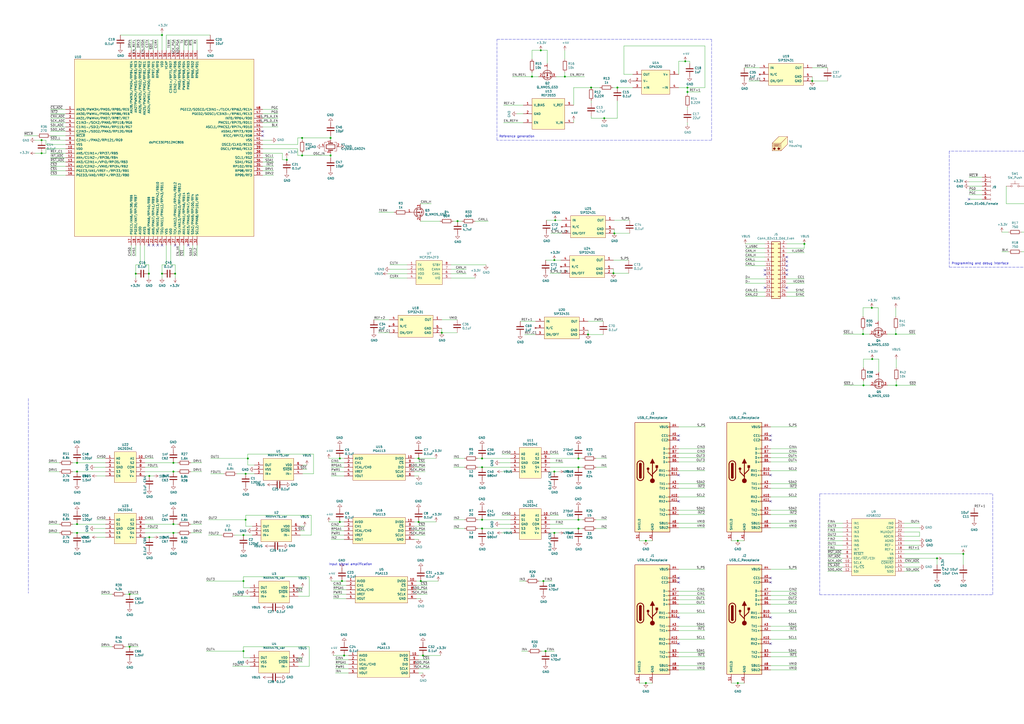
<source format=kicad_sch>
(kicad_sch (version 20211123) (generator eeschema)
  (paper "A2")
  (junction (at 717.042 145.796))
  (junction (at 699.262 204.216))
  (junction (at 321.564 309.118))
  (junction (at 680.212 145.796))
  (junction (at 327.66 44.45))
  (junction (at 86.614 276.098))
  (junction (at 716.28 259.588))
  (junction (at 500.634 193.802))
  (junction (at 86.36 158.75))
  (junction (at 342.9 50.8))
  (junction (at 322.072 127.762))
  (junction (at 244.094 337.058))
  (junction (at 680.212 204.216))
  (junction (at 100.584 309.118))
  (junction (at 191.77 90.17))
  (junction (at 308.61 44.45))
  (junction (at 686.562 150.876))
  (junction (at 166.37 92.71))
  (junction (at 313.69 29.21))
  (junction (at 350.52 68.58))
  (junction (at 358.14 50.8))
  (junction (at 245.364 380.238))
  (junction (at 543.56 323.85))
  (junction (at 686.562 145.796))
  (junction (at 93.98 20.32))
  (junction (at 175.26 90.17))
  (junction (at 709.422 145.796))
  (junction (at 141.224 377.698))
  (junction (at 427.99 396.24))
  (junction (at 671.322 186.436))
  (junction (at 24.13 88.9))
  (junction (at 197.104 265.938))
  (junction (at 505.968 208.28))
  (junction (at 265.43 128.27))
  (junction (at 44.704 309.118))
  (junction (at 341.122 194.056))
  (junction (at 398.78 50.8))
  (junction (at 374.65 396.24))
  (junction (at 500.888 223.52))
  (junction (at 701.802 204.216))
  (junction (at 315.214 337.058))
  (junction (at 717.042 155.956))
  (junction (at 175.26 80.01))
  (junction (at 397.51 35.56))
  (junction (at 711.2 274.828))
  (junction (at 466.598 141.478))
  (junction (at 335.534 301.498))
  (junction (at 86.614 311.658))
  (junction (at 398.78 53.34))
  (junction (at 696.722 204.216))
  (junction (at 519.684 193.802))
  (junction (at 24.13 81.28))
  (junction (at 335.534 265.938))
  (junction (at 675.132 186.436))
  (junction (at 335.534 306.578))
  (junction (at 143.764 265.938))
  (junction (at 44.704 268.478))
  (junction (at 279.654 306.578))
  (junction (at 101.6 158.75))
  (junction (at 93.98 158.75))
  (junction (at 78.74 158.75))
  (junction (at 141.224 337.058))
  (junction (at 199.644 380.238))
  (junction (at 355.854 158.496))
  (junction (at 44.704 273.558))
  (junction (at 558.8 321.31))
  (junction (at 100.584 273.558))
  (junction (at 191.77 80.01))
  (junction (at 256.286 193.04))
  (junction (at 142.494 274.828))
  (junction (at 519.938 223.52))
  (junction (at 374.65 313.69))
  (junction (at 471.17 46.99))
  (junction (at 279.654 265.938))
  (junction (at 717.042 204.216))
  (junction (at 356.362 135.382))
  (junction (at 321.564 150.876))
  (junction (at 316.484 377.698))
  (junction (at 242.824 302.768))
  (junction (at 680.212 186.436))
  (junction (at 75.184 375.158))
  (junction (at 142.494 301.498))
  (junction (at 597.662 118.11))
  (junction (at 100.584 268.478))
  (junction (at 335.534 271.018))
  (junction (at 242.824 265.938))
  (junction (at 279.654 271.018))
  (junction (at 75.184 344.678))
  (junction (at 730.25 274.828))
  (junction (at 427.99 313.69))
  (junction (at 668.02 234.188))
  (junction (at 198.374 337.058))
  (junction (at 505.714 178.562))
  (junction (at 703.58 234.188))
  (junction (at 279.654 301.498))
  (junction (at 44.704 304.038))
  (junction (at 100.584 304.038))
  (junction (at 597.662 107.95))
  (junction (at 141.224 310.388))
  (junction (at 197.104 302.768))
  (junction (at 719.582 186.436))
  (junction (at 321.564 273.558))
  (no_connect (at 393.7 335.28))
  (no_connect (at 456.438 149.098))
  (no_connect (at 393.7 275.59))
  (no_connect (at 456.438 151.638))
  (no_connect (at 393.7 358.14))
  (no_connect (at 393.7 373.38))
  (no_connect (at 443.738 166.878))
  (no_connect (at 86.36 142.24))
  (no_connect (at 93.98 142.24))
  (no_connect (at 562.102 115.57))
  (no_connect (at 456.438 166.878))
  (no_connect (at 456.438 154.178))
  (no_connect (at 447.04 337.82))
  (no_connect (at 456.438 159.258))
  (no_connect (at 443.738 159.258))
  (no_connect (at 447.04 275.59))
  (no_connect (at 447.04 290.83))
  (no_connect (at 447.04 255.27))
  (no_connect (at 109.22 142.24))
  (no_connect (at 152.4 78.74))
  (no_connect (at 152.4 76.2))
  (no_connect (at 91.44 142.24))
  (no_connect (at 88.9 142.24))
  (no_connect (at 447.04 373.38))
  (no_connect (at 393.7 255.27))
  (no_connect (at 393.7 252.73))
  (no_connect (at 443.738 156.718))
  (no_connect (at 456.438 156.718))
  (no_connect (at 447.04 252.73))
  (no_connect (at 447.04 358.14))
  (no_connect (at 393.7 337.82))
  (no_connect (at 393.7 290.83))
  (no_connect (at 101.6 142.24))
  (no_connect (at 447.04 335.28))
  (wire (pts (xy 500.634 191.262) (xy 500.634 193.802)))
  (wire (pts (xy 393.7 378.46) (xy 408.94 378.46)))
  (wire (pts (xy 28.194 309.118) (xy 34.544 309.118)))
  (wire (pts (xy 13.97 78.74) (xy 21.59 78.74)))
  (wire (pts (xy 200.914 347.218) (xy 193.294 347.218)))
  (wire (pts (xy 447.04 388.62) (xy 462.28 388.62)))
  (wire (pts (xy 400.05 35.56) (xy 400.05 36.83)))
  (wire (pts (xy 657.86 243.078) (xy 657.86 244.348)))
  (wire (pts (xy 717.042 188.976) (xy 717.042 191.516)))
  (wire (pts (xy 466.598 169.418) (xy 456.438 169.418)))
  (wire (pts (xy 720.09 259.588) (xy 720.09 267.208)))
  (wire (pts (xy 296.164 273.558) (xy 291.084 273.558)))
  (wire (pts (xy 44.704 304.038) (xy 61.214 304.038)))
  (wire (pts (xy 393.7 273.05) (xy 408.94 273.05)))
  (wire (pts (xy 172.72 83.82) (xy 172.72 80.01)))
  (wire (pts (xy 393.7 306.07) (xy 408.94 306.07)))
  (wire (pts (xy 393.7 386.08) (xy 408.94 386.08)))
  (wire (pts (xy 335.534 271.018) (xy 319.024 271.018)))
  (wire (pts (xy 558.8 321.31) (xy 558.8 327.66)))
  (wire (pts (xy 61.214 265.938) (xy 56.134 265.938)))
  (wire (pts (xy 192.024 271.018) (xy 199.644 271.018)))
  (wire (pts (xy 592.582 146.05) (xy 595.122 146.05)))
  (wire (pts (xy 270.51 156.21) (xy 261.62 156.21)))
  (wire (pts (xy 321.564 150.876) (xy 325.374 150.876)))
  (wire (pts (xy 99.06 22.86) (xy 99.06 29.21)))
  (wire (pts (xy 500.634 193.802) (xy 504.444 193.802)))
  (wire (pts (xy 597.662 107.95) (xy 607.822 107.95)))
  (wire (pts (xy 256.286 185.42) (xy 265.176 185.42)))
  (wire (pts (xy 29.21 66.04) (xy 38.1 66.04)))
  (wire (pts (xy 342.9 50.8) (xy 332.74 50.8)))
  (wire (pts (xy 315.214 337.058) (xy 312.674 337.058)))
  (wire (pts (xy 83.82 153.67) (xy 86.36 153.67)))
  (wire (pts (xy 347.98 50.8) (xy 342.9 50.8)))
  (wire (pts (xy 400.05 35.56) (xy 397.51 35.56)))
  (polyline (pts (xy 475.488 286.512) (xy 575.818 286.512)))
  (wire (pts (xy 730.25 274.828) (xy 741.68 274.828)))
  (wire (pts (xy 152.4 68.58) (xy 161.29 68.58)))
  (wire (pts (xy 358.14 50.8) (xy 367.03 50.8)))
  (wire (pts (xy 393.7 260.35) (xy 408.94 260.35)))
  (wire (pts (xy 89.154 301.498) (xy 84.074 301.498)))
  (wire (pts (xy 78.74 142.24) (xy 78.74 148.59)))
  (wire (pts (xy 117.094 273.558) (xy 110.744 273.558)))
  (wire (pts (xy 145.034 340.868) (xy 141.224 340.868)))
  (wire (pts (xy 86.36 153.67) (xy 86.36 158.75)))
  (wire (pts (xy 28.194 304.038) (xy 34.544 304.038)))
  (wire (pts (xy 393.7 262.89) (xy 408.94 262.89)))
  (wire (pts (xy 432.308 144.018) (xy 443.738 144.018)))
  (wire (pts (xy 398.78 53.34) (xy 398.78 50.8)))
  (wire (pts (xy 350.52 68.58) (xy 342.9 68.58)))
  (wire (pts (xy 181.864 274.828) (xy 175.514 274.828)))
  (wire (pts (xy 319.532 135.382) (xy 325.882 135.382)))
  (wire (pts (xy 38.1 71.12) (xy 29.21 71.12)))
  (wire (pts (xy 263.144 301.498) (xy 269.494 301.498)))
  (wire (pts (xy 299.72 66.04) (xy 303.53 66.04)))
  (wire (pts (xy 142.494 298.958) (xy 180.594 298.958)))
  (wire (pts (xy 666.242 204.216) (xy 680.212 204.216)))
  (wire (pts (xy 114.3 22.86) (xy 114.3 29.21)))
  (wire (pts (xy 193.294 380.238) (xy 199.644 380.238)))
  (wire (pts (xy 191.77 81.28) (xy 191.77 80.01)))
  (wire (pts (xy 393.7 342.9) (xy 408.94 342.9)))
  (wire (pts (xy 699.77 274.828) (xy 711.2 274.828)))
  (wire (pts (xy 393.7 388.62) (xy 408.94 388.62)))
  (polyline (pts (xy 646.43 283.718) (xy 748.03 283.718)))
  (wire (pts (xy 592.582 134.62) (xy 595.122 134.62)))
  (wire (pts (xy 80.264 344.678) (xy 75.184 344.678)))
  (wire (pts (xy 279.654 271.018) (xy 296.164 271.018)))
  (wire (pts (xy 338.074 265.938) (xy 335.534 265.938)))
  (wire (pts (xy 581.152 146.05) (xy 584.962 146.05)))
  (wire (pts (xy 175.26 80.01) (xy 191.77 80.01)))
  (wire (pts (xy 42.164 304.038) (xy 44.704 304.038)))
  (wire (pts (xy 99.06 153.67) (xy 101.6 153.67)))
  (wire (pts (xy 335.534 306.578) (xy 319.024 306.578)))
  (wire (pts (xy 134.874 345.948) (xy 145.034 345.948)))
  (wire (pts (xy 44.704 309.118) (xy 61.214 309.118)))
  (wire (pts (xy 355.854 155.956) (xy 355.854 158.496)))
  (wire (pts (xy 96.52 20.32) (xy 96.52 29.21)))
  (wire (pts (xy 447.04 381) (xy 462.28 381)))
  (wire (pts (xy 480.06 303.53) (xy 488.95 303.53)))
  (wire (pts (xy 241.554 339.598) (xy 247.904 339.598)))
  (wire (pts (xy 38.1 68.58) (xy 29.21 68.58)))
  (wire (pts (xy 141.224 337.058) (xy 141.224 334.518)))
  (wire (pts (xy 730.25 259.588) (xy 730.25 264.668)))
  (wire (pts (xy 29.21 93.98) (xy 38.1 93.98)))
  (wire (pts (xy 242.824 312.928) (xy 240.284 312.928)))
  (wire (pts (xy 241.554 342.138) (xy 247.904 342.138)))
  (wire (pts (xy 174.244 307.848) (xy 176.784 307.848)))
  (wire (pts (xy 342.9 68.58) (xy 342.9 67.31)))
  (wire (pts (xy 81.28 142.24) (xy 81.28 153.67)))
  (wire (pts (xy 191.77 90.17) (xy 191.77 91.44)))
  (wire (pts (xy 524.51 318.77) (xy 533.4 318.77)))
  (wire (pts (xy 514.604 -13.208) (xy 527.812 -13.208)))
  (wire (pts (xy 447.04 267.97) (xy 462.28 267.97)))
  (wire (pts (xy 471.17 46.99) (xy 480.06 46.99)))
  (wire (pts (xy 143.764 269.748) (xy 143.764 265.938)))
  (wire (pts (xy 500.634 178.562) (xy 505.714 178.562)))
  (wire (pts (xy 480.06 318.77) (xy 488.95 318.77)))
  (wire (pts (xy 432.308 141.478) (xy 443.738 141.478)))
  (wire (pts (xy 242.824 265.938) (xy 252.984 265.938)))
  (wire (pts (xy 161.29 63.5) (xy 152.4 63.5)))
  (wire (pts (xy 317.5 29.21) (xy 317.5 36.83)))
  (wire (pts (xy 519.684 191.262) (xy 519.684 193.802)))
  (wire (pts (xy 76.2 142.24) (xy 76.2 148.59)))
  (wire (pts (xy 393.7 283.21) (xy 408.94 283.21)))
  (wire (pts (xy 319.024 309.118) (xy 321.564 309.118)))
  (wire (pts (xy 240.284 305.308) (xy 246.634 305.308)))
  (wire (pts (xy 434.34 46.99) (xy 440.69 46.99)))
  (wire (pts (xy 275.59 161.29) (xy 261.62 161.29)))
  (wire (pts (xy 505.714 178.562) (xy 509.524 178.562)))
  (wire (pts (xy 141.224 377.698) (xy 141.224 375.158)))
  (wire (pts (xy 447.04 303.53) (xy 462.28 303.53)))
  (wire (pts (xy 724.662 204.216) (xy 717.042 204.216)))
  (wire (pts (xy 38.1 81.28) (xy 29.21 81.28)))
  (wire (pts (xy 519.684 193.802) (xy 531.114 193.802)))
  (wire (pts (xy 327.66 29.21) (xy 327.66 34.29)))
  (wire (pts (xy 684.022 194.056) (xy 675.132 194.056)))
  (wire (pts (xy 29.21 91.44) (xy 38.1 91.44)))
  (wire (pts (xy 711.2 272.288) (xy 711.2 274.828)))
  (wire (pts (xy 172.72 86.36) (xy 152.4 86.36)))
  (wire (pts (xy 341.122 186.436) (xy 350.012 186.436)))
  (wire (pts (xy 480.06 326.39) (xy 488.95 326.39)))
  (wire (pts (xy 190.754 302.768) (xy 197.104 302.768)))
  (wire (pts (xy 61.214 301.498) (xy 56.134 301.498)))
  (wire (pts (xy 500.888 213.36) (xy 500.888 208.28)))
  (wire (pts (xy 684.022 188.976) (xy 684.022 194.056)))
  (wire (pts (xy 297.18 44.45) (xy 308.61 44.45)))
  (wire (pts (xy 393.7 365.76) (xy 408.94 365.76)))
  (wire (pts (xy 38.1 76.2) (xy 29.21 76.2)))
  (wire (pts (xy 93.98 20.32) (xy 69.85 20.32)))
  (wire (pts (xy 332.74 69.85) (xy 332.74 71.12)))
  (wire (pts (xy 352.044 265.938) (xy 345.694 265.938)))
  (wire (pts (xy 145.034 381.508) (xy 141.224 381.508)))
  (wire (pts (xy 562.102 105.41) (xy 569.722 105.41)))
  (wire (pts (xy 709.422 145.796) (xy 709.422 150.876)))
  (wire (pts (xy 236.22 156.21) (xy 226.06 156.21)))
  (wire (pts (xy 100.584 309.118) (xy 84.074 309.118)))
  (wire (pts (xy 194.564 385.318) (xy 202.184 385.318)))
  (wire (pts (xy 447.04 265.43) (xy 462.28 265.43)))
  (wire (pts (xy 597.662 99.06) (xy 597.662 97.79)))
  (wire (pts (xy 100.584 268.478) (xy 84.074 268.478)))
  (wire (pts (xy 143.764 265.938) (xy 143.764 263.398)))
  (wire (pts (xy 730.25 274.828) (xy 725.17 274.828)))
  (wire (pts (xy 158.75 96.52) (xy 152.4 96.52)))
  (wire (pts (xy 447.04 260.35) (xy 462.28 260.35)))
  (wire (pts (xy 466.598 164.338) (xy 456.438 164.338)))
  (wire (pts (xy 141.224 334.518) (xy 179.324 334.518)))
  (wire (pts (xy 103.124 304.038) (xy 100.584 304.038)))
  (wire (pts (xy 192.024 337.058) (xy 198.374 337.058)))
  (wire (pts (xy 166.37 91.44) (xy 166.37 92.71)))
  (wire (pts (xy 240.284 273.558) (xy 246.634 273.558)))
  (wire (pts (xy 597.662 116.84) (xy 597.662 118.11)))
  (wire (pts (xy 424.18 313.69) (xy 427.99 313.69)))
  (wire (pts (xy 524.51 313.69) (xy 533.4 313.69)))
  (polyline (pts (xy 575.818 344.932) (xy 575.818 286.512)))
  (wire (pts (xy 355.854 158.496) (xy 364.744 158.496)))
  (polyline (pts (xy 288.29 81.28) (xy 288.29 22.86)))
  (wire (pts (xy 193.294 339.598) (xy 200.914 339.598)))
  (wire (pts (xy 313.69 29.21) (xy 317.5 29.21)))
  (wire (pts (xy 447.04 262.89) (xy 462.28 262.89)))
  (wire (pts (xy 447.04 283.21) (xy 462.28 283.21)))
  (wire (pts (xy 324.104 263.398) (xy 319.024 263.398)))
  (wire (pts (xy 447.04 370.84) (xy 462.28 370.84)))
  (wire (pts (xy 80.264 375.158) (xy 75.184 375.158)))
  (wire (pts (xy 335.534 265.938) (xy 319.024 265.938)))
  (wire (pts (xy 393.7 267.97) (xy 408.94 267.97)))
  (wire (pts (xy 146.304 305.308) (xy 142.494 305.308)))
  (wire (pts (xy 480.06 328.93) (xy 488.95 328.93)))
  (wire (pts (xy 466.598 171.958) (xy 456.438 171.958)))
  (wire (pts (xy 38.1 63.5) (xy 29.21 63.5)))
  (wire (pts (xy 717.042 199.136) (xy 717.042 204.216)))
  (wire (pts (xy 524.51 328.93) (xy 533.4 328.93)))
  (wire (pts (xy 489.204 193.802) (xy 500.634 193.802)))
  (wire (pts (xy 93.98 19.05) (xy 93.98 20.32)))
  (wire (pts (xy 84.074 306.578) (xy 91.694 306.578)))
  (wire (pts (xy 393.7 247.65) (xy 409.194 247.65)))
  (wire (pts (xy 172.974 343.408) (xy 175.514 343.408)))
  (wire (pts (xy 447.04 378.46) (xy 462.28 378.46)))
  (wire (pts (xy 432.308 169.418) (xy 443.738 169.418)))
  (wire (pts (xy 500.888 208.28) (xy 505.968 208.28)))
  (wire (pts (xy 393.7 355.6) (xy 408.94 355.6)))
  (wire (pts (xy 432.308 149.098) (xy 443.738 149.098)))
  (wire (pts (xy 279.654 301.498) (xy 296.164 301.498)))
  (wire (pts (xy 199.644 380.238) (xy 202.184 380.238)))
  (wire (pts (xy 96.52 153.67) (xy 93.98 153.67)))
  (wire (pts (xy 265.43 128.27) (xy 262.89 128.27)))
  (wire (pts (xy 519.684 178.562) (xy 519.684 183.642)))
  (wire (pts (xy 393.7 295.91) (xy 408.94 295.91)))
  (wire (pts (xy 398.78 53.34) (xy 406.4 53.34)))
  (wire (pts (xy 466.598 141.478) (xy 456.438 141.478)))
  (wire (pts (xy 216.916 185.42) (xy 225.806 185.42)))
  (wire (pts (xy 20.32 88.9) (xy 24.13 88.9)))
  (wire (pts (xy 393.7 345.44) (xy 408.94 345.44)))
  (wire (pts (xy 701.802 204.216) (xy 717.042 204.216)))
  (wire (pts (xy 724.662 194.056) (xy 724.662 204.216)))
  (polyline (pts (xy 550.672 87.63) (xy 550.672 154.94)))
  (wire (pts (xy 240.284 268.478) (xy 246.634 268.478)))
  (wire (pts (xy 242.824 382.778) (xy 249.174 382.778)))
  (wire (pts (xy 341.122 191.516) (xy 341.122 194.056)))
  (wire (pts (xy 179.324 375.158) (xy 179.324 386.588)))
  (wire (pts (xy 393.7 288.29) (xy 408.94 288.29)))
  (wire (pts (xy 393.7 265.43) (xy 408.94 265.43)))
  (wire (pts (xy 44.704 268.478) (xy 61.214 268.478)))
  (polyline (pts (xy 646.43 215.138) (xy 646.43 283.718)))
  (wire (pts (xy 194.564 387.858) (xy 202.184 387.858)))
  (wire (pts (xy 88.9 22.86) (xy 88.9 29.21)))
  (polyline (pts (xy 748.03 283.718) (xy 748.03 215.138)))
  (wire (pts (xy 100.584 273.558) (xy 84.074 273.558)))
  (wire (pts (xy 58.674 344.678) (xy 65.024 344.678)))
  (wire (pts (xy 91.44 22.86) (xy 91.44 29.21)))
  (wire (pts (xy 543.56 323.85) (xy 543.56 327.66)))
  (wire (pts (xy 308.61 29.21) (xy 313.69 29.21)))
  (wire (pts (xy 175.26 90.17) (xy 191.77 90.17)))
  (wire (pts (xy 78.74 153.67) (xy 78.74 158.75)))
  (wire (pts (xy 358.14 68.58) (xy 350.52 68.58)))
  (wire (pts (xy 393.7 35.56) (xy 393.7 43.18)))
  (wire (pts (xy 447.04 295.91) (xy 462.28 295.91)))
  (wire (pts (xy 172.72 86.36) (xy 172.72 90.17)))
  (wire (pts (xy 393.7 370.84) (xy 408.94 370.84)))
  (wire (pts (xy 524.51 311.15) (xy 533.4 311.15)))
  (wire (pts (xy 593.852 107.95) (xy 597.662 107.95)))
  (wire (pts (xy 26.67 83.82) (xy 38.1 83.82)))
  (wire (pts (xy 117.094 309.118) (xy 110.744 309.118)))
  (wire (pts (xy 714.502 186.436) (xy 719.582 186.436)))
  (wire (pts (xy 480.06 311.15) (xy 488.95 311.15)))
  (wire (pts (xy 447.04 345.44) (xy 462.28 345.44)))
  (wire (pts (xy 152.4 81.28) (xy 157.48 81.28)))
  (wire (pts (xy 152.4 88.9) (xy 163.83 88.9)))
  (wire (pts (xy 675.132 186.436) (xy 680.212 186.436)))
  (wire (pts (xy 76.2 29.21) (xy 76.2 22.86)))
  (wire (pts (xy 393.7 347.98) (xy 408.94 347.98)))
  (wire (pts (xy 104.14 142.24) (xy 104.14 148.59)))
  (wire (pts (xy 393.7 381) (xy 408.94 381)))
  (wire (pts (xy 393.7 350.52) (xy 408.94 350.52)))
  (wire (pts (xy 456.438 144.018) (xy 466.598 144.018)))
  (wire (pts (xy 256.286 193.04) (xy 265.176 193.04)))
  (wire (pts (xy 686.562 161.036) (xy 675.132 161.036)))
  (wire (pts (xy 20.32 81.28) (xy 24.13 81.28)))
  (wire (pts (xy 724.662 161.036) (xy 709.422 161.036)))
  (wire (pts (xy 356.362 132.842) (xy 356.362 135.382)))
  (wire (pts (xy 86.614 311.658) (xy 89.154 311.658)))
  (wire (pts (xy 180.594 310.388) (xy 174.244 310.388)))
  (wire (pts (xy 709.422 145.796) (xy 717.042 145.796)))
  (wire (pts (xy 327.66 41.91) (xy 327.66 44.45)))
  (wire (pts (xy 304.292 194.056) (xy 310.642 194.056)))
  (wire (pts (xy 356.362 127.762) (xy 365.252 127.762)))
  (wire (pts (xy 480.06 313.69) (xy 488.95 313.69)))
  (wire (pts (xy 466.598 161.798) (xy 456.438 161.798)))
  (wire (pts (xy 427.99 396.24) (xy 431.8 396.24)))
  (wire (pts (xy 296.164 309.118) (xy 291.084 309.118)))
  (wire (pts (xy 84.074 271.018) (xy 91.694 271.018)))
  (polyline (pts (xy 550.672 154.94) (xy 612.902 154.94)))
  (wire (pts (xy 192.024 268.478) (xy 199.644 268.478)))
  (wire (pts (xy 355.854 150.876) (xy 364.744 150.876)))
  (wire (pts (xy 519.938 208.28) (xy 519.938 213.36)))
  (wire (pts (xy 181.864 263.398) (xy 181.864 274.828)))
  (wire (pts (xy 432.308 154.178) (xy 443.738 154.178)))
  (wire (pts (xy 242.824 385.318) (xy 249.174 385.318)))
  (wire (pts (xy 514.604 -10.668) (xy 527.812 -10.668)))
  (wire (pts (xy 192.024 273.558) (xy 199.644 273.558)))
  (wire (pts (xy 301.244 337.058) (xy 305.054 337.058)))
  (polyline (pts (xy 412.75 81.28) (xy 288.29 81.28)))
  (wire (pts (xy 480.06 321.31) (xy 488.95 321.31)))
  (wire (pts (xy 597.662 106.68) (xy 597.662 107.95)))
  (wire (pts (xy 398.78 54.61) (xy 398.78 53.34)))
  (wire (pts (xy 114.3 142.24) (xy 114.3 148.59)))
  (wire (pts (xy 96.52 142.24) (xy 96.52 153.67)))
  (wire (pts (xy 143.764 265.938) (xy 122.174 265.938)))
  (wire (pts (xy 141.224 337.058) (xy 119.634 337.058)))
  (wire (pts (xy 279.654 265.938) (xy 296.164 265.938)))
  (wire (pts (xy 456.438 146.558) (xy 466.598 146.558)))
  (wire (pts (xy 243.84 118.11) (xy 250.19 118.11)))
  (wire (pts (xy 38.1 78.74) (xy 29.21 78.74)))
  (wire (pts (xy 86.614 276.098) (xy 89.154 276.098)))
  (wire (pts (xy 78.74 22.86) (xy 78.74 29.21)))
  (wire (pts (xy 219.456 193.04) (xy 225.806 193.04)))
  (wire (pts (xy 321.564 309.118) (xy 324.104 309.118)))
  (wire (pts (xy 81.28 153.67) (xy 78.74 153.67)))
  (wire (pts (xy 44.704 273.558) (xy 61.214 273.558)))
  (wire (pts (xy 202.184 390.398) (xy 194.564 390.398)))
  (wire (pts (xy 361.95 26.67) (xy 361.95 43.18)))
  (wire (pts (xy 192.024 305.308) (xy 199.644 305.308)))
  (wire (pts (xy 29.21 73.66) (xy 38.1 73.66)))
  (wire (pts (xy 308.61 44.45) (xy 312.42 44.45)))
  (wire (pts (xy 524.51 316.23) (xy 533.4 316.23)))
  (wire (pts (xy 236.22 158.75) (xy 224.79 158.75)))
  (wire (pts (xy 524.51 308.61) (xy 533.4 308.61)))
  (wire (pts (xy 719.582 186.436) (xy 724.662 186.436)))
  (wire (pts (xy 197.104 302.768) (xy 199.644 302.768)))
  (wire (pts (xy 86.36 161.29) (xy 86.36 158.75)))
  (wire (pts (xy 296.164 263.398) (xy 291.084 263.398)))
  (wire (pts (xy 172.974 381.508) (xy 175.514 381.508)))
  (wire (pts (xy 240.284 265.938) (xy 242.824 265.938)))
  (wire (pts (xy 466.598 144.018) (xy 466.598 141.478)))
  (wire (pts (xy 199.644 276.098) (xy 192.024 276.098)))
  (polyline (pts (xy 475.488 286.512) (xy 475.488 344.932)))
  (wire (pts (xy 716.28 259.588) (xy 720.09 259.588)))
  (wire (pts (xy 256.286 190.5) (xy 256.286 193.04)))
  (wire (pts (xy 352.044 301.498) (xy 345.694 301.498)))
  (wire (pts (xy 335.534 301.498) (xy 319.024 301.498)))
  (wire (pts (xy 321.564 377.698) (xy 316.484 377.698)))
  (wire (pts (xy 194.564 382.778) (xy 202.184 382.778)))
  (wire (pts (xy 352.044 271.018) (xy 345.694 271.018)))
  (wire (pts (xy 26.67 86.36) (xy 26.67 88.9)))
  (wire (pts (xy 480.06 316.23) (xy 488.95 316.23)))
  (wire (pts (xy 447.04 386.08) (xy 462.28 386.08)))
  (wire (pts (xy 89.154 265.938) (xy 84.074 265.938)))
  (wire (pts (xy 393.7 298.45) (xy 408.94 298.45)))
  (wire (pts (xy 192.024 310.388) (xy 199.644 310.388)))
  (wire (pts (xy 666.242 186.436) (xy 671.322 186.436)))
  (polyline (pts (xy 475.488 344.932) (xy 575.818 344.932)))
  (wire (pts (xy 562.102 113.03) (xy 569.722 113.03)))
  (wire (pts (xy 158.75 93.98) (xy 152.4 93.98)))
  (wire (pts (xy 316.484 377.698) (xy 313.944 377.698)))
  (wire (pts (xy 292.1 71.12) (xy 303.53 71.12)))
  (wire (pts (xy 327.66 44.45) (xy 339.09 44.45)))
  (wire (pts (xy 152.4 99.06) (xy 158.75 99.06)))
  (wire (pts (xy 26.67 88.9) (xy 24.13 88.9)))
  (wire (pts (xy 341.122 194.056) (xy 350.012 194.056)))
  (wire (pts (xy 172.974 384.048) (xy 175.514 384.048)))
  (wire (pts (xy 198.374 337.058) (xy 200.914 337.058)))
  (wire (pts (xy 322.072 127.762) (xy 325.882 127.762)))
  (wire (pts (xy 666.242 194.056) (xy 666.242 204.216)))
  (wire (pts (xy 427.99 313.69) (xy 431.8 313.69)))
  (wire (pts (xy 431.8 39.37) (xy 440.69 39.37)))
  (wire (pts (xy 146.304 310.388) (xy 141.224 310.388)))
  (wire (pts (xy 352.044 306.578) (xy 345.694 306.578)))
  (wire (pts (xy 602.742 146.05) (xy 607.822 146.05)))
  (wire (pts (xy 240.284 307.848) (xy 246.634 307.848)))
  (wire (pts (xy 141.224 377.698) (xy 119.634 377.698)))
  (wire (pts (xy 93.98 153.67) (xy 93.98 158.75)))
  (wire (pts (xy 117.094 304.038) (xy 110.744 304.038)))
  (wire (pts (xy 692.15 234.188) (xy 703.58 234.188)))
  (polyline (pts (xy 612.902 87.63) (xy 550.672 87.63)))
  (wire (pts (xy 261.62 153.67) (xy 281.94 153.67)))
  (wire (pts (xy 519.938 223.52) (xy 514.858 223.52)))
  (wire (pts (xy 597.662 109.22) (xy 597.662 107.95)))
  (wire (pts (xy 175.514 269.748) (xy 178.054 269.748)))
  (wire (pts (xy 84.074 276.098) (xy 86.614 276.098)))
  (wire (pts (xy 100.584 304.038) (xy 84.074 304.038)))
  (wire (pts (xy 447.04 330.2) (xy 462.28 330.2)))
  (wire (pts (xy 447.04 306.07) (xy 462.28 306.07)))
  (wire (pts (xy 711.2 259.588) (xy 716.28 259.588)))
  (wire (pts (xy 163.83 92.71) (xy 166.37 92.71)))
  (wire (pts (xy 142.494 301.498) (xy 120.904 301.498)))
  (wire (pts (xy 355.6 50.8) (xy 358.14 50.8)))
  (wire (pts (xy 103.124 309.118) (xy 100.584 309.118)))
  (wire (pts (xy 42.164 273.558) (xy 44.704 273.558)))
  (wire (pts (xy 172.974 340.868) (xy 175.514 340.868)))
  (wire (pts (xy 447.04 347.98) (xy 462.28 347.98)))
  (wire (pts (xy 432.308 146.558) (xy 443.738 146.558)))
  (wire (pts (xy 519.938 223.52) (xy 531.368 223.52)))
  (wire (pts (xy 128.524 310.388) (xy 120.904 310.388)))
  (wire (pts (xy 447.04 280.67) (xy 462.28 280.67)))
  (wire (pts (xy 289.814 268.478) (xy 296.164 268.478)))
  (wire (pts (xy 147.574 269.748) (xy 143.764 269.748)))
  (wire (pts (xy 158.75 101.6) (xy 152.4 101.6)))
  (polyline (pts (xy 412.75 22.86) (xy 412.75 81.28)))
  (wire (pts (xy 244.094 337.058) (xy 254.254 337.058)))
  (wire (pts (xy 714.502 188.976) (xy 717.042 188.976)))
  (wire (pts (xy 657.86 235.458) (xy 657.86 234.188)))
  (wire (pts (xy 141.224 381.508) (xy 141.224 377.698)))
  (wire (pts (xy 75.184 375.158) (xy 72.644 375.158)))
  (wire (pts (xy 75.184 344.678) (xy 72.644 344.678)))
  (wire (pts (xy 161.29 73.66) (xy 152.4 73.66)))
  (wire (pts (xy 393.7 303.53) (xy 408.94 303.53)))
  (wire (pts (xy 172.72 80.01) (xy 175.26 80.01)))
  (wire (pts (xy 680.212 145.796) (xy 686.562 145.796)))
  (wire (pts (xy 191.77 80.01) (xy 191.77 78.74)))
  (wire (pts (xy 111.76 142.24) (xy 111.76 148.59)))
  (wire (pts (xy 374.65 396.24) (xy 378.46 396.24)))
  (wire (pts (xy 447.04 355.6) (xy 462.28 355.6)))
  (wire (pts (xy 42.164 309.118) (xy 44.704 309.118)))
  (wire (pts (xy 242.824 302.768) (xy 252.984 302.768)))
  (wire (pts (xy 524.51 326.39) (xy 533.4 326.39)))
  (wire (pts (xy 675.132 145.796) (xy 680.212 145.796)))
  (wire (pts (xy 514.604 -15.748) (xy 527.812 -15.748)))
  (wire (pts (xy 111.76 22.86) (xy 111.76 29.21)))
  (wire (pts (xy 93.98 20.32) (xy 93.98 29.21)))
  (wire (pts (xy 84.074 311.658) (xy 86.614 311.658)))
  (wire (pts (xy 308.61 41.91) (xy 308.61 44.45)))
  (wire (pts (xy 668.02 234.188) (xy 671.83 234.188)))
  (wire (pts (xy 61.214 276.098) (xy 56.134 276.098)))
  (wire (pts (xy 263.144 271.018) (xy 269.494 271.018)))
  (wire (pts (xy 668.02 231.648) (xy 668.02 234.188)))
  (wire (pts (xy 161.29 71.12) (xy 152.4 71.12)))
  (wire (pts (xy 263.144 265.938) (xy 269.494 265.938)))
  (polyline (pts (xy 16.51 231.14) (xy 16.51 344.17)))
  (wire (pts (xy 321.564 273.558) (xy 324.104 273.558)))
  (wire (pts (xy 236.22 161.29) (xy 226.06 161.29)))
  (wire (pts (xy 717.042 155.956) (xy 724.662 155.956)))
  (wire (pts (xy 174.244 305.308) (xy 176.784 305.308)))
  (wire (pts (xy 703.58 234.188) (xy 703.58 235.458)))
  (wire (pts (xy 106.68 142.24) (xy 106.68 148.59)))
  (wire (pts (xy 277.114 265.938) (xy 279.654 265.938)))
  (wire (pts (xy 540.512 -15.748) (xy 553.72 -15.748)))
  (wire (pts (xy 172.72 90.17) (xy 175.26 90.17)))
  (wire (pts (xy 83.82 22.86) (xy 83.82 29.21)))
  (wire (pts (xy 471.17 39.37) (xy 480.06 39.37)))
  (wire (pts (xy 199.644 312.928) (xy 192.024 312.928)))
  (wire (pts (xy 197.104 265.938) (xy 199.644 265.938)))
  (wire (pts (xy 26.67 81.28) (xy 24.13 81.28)))
  (wire (pts (xy 692.15 236.728) (xy 694.69 236.728)))
  (wire (pts (xy 147.574 274.828) (xy 142.494 274.828)))
  (wire (pts (xy 193.294 344.678) (xy 200.914 344.678)))
  (wire (pts (xy 26.67 83.82) (xy 26.67 81.28)))
  (wire (pts (xy 657.86 234.188) (xy 668.02 234.188)))
  (wire (pts (xy 29.21 96.52) (xy 38.1 96.52)))
  (wire (pts (xy 99.06 142.24) (xy 99.06 153.67)))
  (wire (pts (xy 393.7 330.2) (xy 408.94 330.2)))
  (wire (pts (xy 432.308 161.798) (xy 443.738 161.798)))
  (wire (pts (xy 398.78 72.39) (xy 398.78 71.12)))
  (wire (pts (xy 447.04 365.76) (xy 462.28 365.76)))
  (wire (pts (xy 393.7 50.8) (xy 398.78 50.8)))
  (wire (pts (xy 471.17 44.45) (xy 471.17 46.99)))
  (wire (pts (xy 562.102 110.49) (xy 569.722 110.49)))
  (wire (pts (xy 356.362 135.382) (xy 365.252 135.382)))
  (wire (pts (xy 319.024 304.038) (xy 326.644 304.038)))
  (wire (pts (xy 29.21 99.06) (xy 38.1 99.06)))
  (wire (pts (xy 245.364 380.238) (xy 255.524 380.238)))
  (wire (pts (xy 270.51 158.75) (xy 261.62 158.75)))
  (wire (pts (xy 569.722 102.87) (xy 562.102 102.87)))
  (wire (pts (xy 319.024 268.478) (xy 326.644 268.478)))
  (wire (pts (xy 28.194 273.558) (xy 34.544 273.558)))
  (wire (pts (xy 283.21 128.27) (xy 275.59 128.27)))
  (wire (pts (xy 583.692 107.95) (xy 583.692 118.11)))
  (wire (pts (xy 338.074 306.578) (xy 335.534 306.578)))
  (wire (pts (xy 316.992 127.762) (xy 322.072 127.762)))
  (wire (pts (xy 236.22 153.67) (xy 226.06 153.67)))
  (wire (pts (xy 193.294 342.138) (xy 200.914 342.138)))
  (wire (pts (xy 602.742 134.62) (xy 607.822 134.62)))
  (wire (pts (xy 447.04 273.05) (xy 462.28 273.05)))
  (wire (pts (xy 370.84 396.24) (xy 374.65 396.24)))
  (wire (pts (xy 671.83 236.728) (xy 661.67 236.728)))
  (wire (pts (xy 540.512 -13.208) (xy 550.926 -13.208)))
  (wire (pts (xy 319.024 273.558) (xy 321.564 273.558)))
  (wire (pts (xy 104.14 22.86) (xy 104.14 29.21)))
  (wire (pts (xy 179.324 386.588) (xy 172.974 386.588)))
  (wire (pts (xy 175.514 272.288) (xy 178.054 272.288)))
  (wire (pts (xy 158.75 91.44) (xy 152.4 91.44)))
  (wire (pts (xy 319.024 158.496) (xy 325.374 158.496)))
  (wire (pts (xy 240.284 271.018) (xy 246.634 271.018)))
  (wire (pts (xy 296.164 298.958) (xy 291.084 298.958)))
  (wire (pts (xy 447.04 298.45) (xy 462.28 298.45)))
  (wire (pts (xy 332.74 50.8) (xy 332.74 60.96)))
  (wire (pts (xy 581.152 134.62) (xy 584.962 134.62)))
  (wire (pts (xy 699.262 204.216) (xy 701.802 204.216)))
  (wire (pts (xy 397.51 35.56) (xy 393.7 35.56)))
  (wire (pts (xy 242.824 387.858) (xy 249.174 387.858)))
  (wire (pts (xy 500.888 220.98) (xy 500.888 223.52)))
  (wire (pts (xy 408.94 26.67) (xy 408.94 50.8)))
  (wire (pts (xy 86.36 22.86) (xy 86.36 29.21)))
  (wire (pts (xy 533.4 308.61) (xy 533.4 311.15)))
  (wire (pts (xy 101.6 161.29) (xy 101.6 158.75)))
  (wire (pts (xy 42.164 268.478) (xy 44.704 268.478)))
  (wire (pts (xy 180.594 298.958) (xy 180.594 310.388)))
  (wire (pts (xy 398.78 63.5) (xy 398.78 62.23)))
  (wire (pts (xy 277.114 271.018) (xy 279.654 271.018)))
  (wire (pts (xy 374.65 313.69) (xy 378.46 313.69)))
  (wire (pts (xy 83.82 142.24) (xy 83.82 153.67)))
  (wire (pts (xy 447.04 247.65) (xy 462.28 247.65)))
  (wire (pts (xy 152.4 83.82) (xy 172.72 83.82)))
  (wire (pts (xy 519.938 220.98) (xy 519.938 223.52)))
  (wire (pts (xy 432.308 151.638) (xy 443.738 151.638)))
  (wire (pts (xy 263.144 306.578) (xy 269.494 306.578)))
  (wire (pts (xy 141.224 340.868) (xy 141.224 337.058)))
  (wire (pts (xy 245.364 390.398) (xy 242.824 390.398)))
  (wire (pts (xy 680.212 204.216) (xy 696.722 204.216)))
  (wire (pts (xy 101.6 22.86) (xy 101.6 29.21)))
  (wire (pts (xy 540.512 -10.668) (xy 550.926 -10.668)))
  (wire (pts (xy 524.51 321.31) (xy 558.8 321.31)))
  (wire (pts (xy 121.92 20.32) (xy 96.52 20.32)))
  (wire (pts (xy 500.888 223.52) (xy 504.698 223.52)))
  (wire (pts (xy 175.26 90.17) (xy 175.26 88.9)))
  (wire (pts (xy 243.84 128.27) (xy 255.27 128.27)))
  (wire (pts (xy 509.524 178.562) (xy 509.524 186.182)))
  (wire (pts (xy 583.692 118.11) (xy 597.662 118.11)))
  (wire (pts (xy 137.414 274.828) (xy 142.494 274.828)))
  (wire (pts (xy 267.97 128.27) (xy 265.43 128.27)))
  (wire (pts (xy 489.458 223.52) (xy 500.888 223.52)))
  (wire (pts (xy 432.308 164.338) (xy 443.738 164.338)))
  (wire (pts (xy 324.104 298.958) (xy 319.024 298.958)))
  (wire (pts (xy 141.224 375.158) (xy 179.324 375.158)))
  (wire (pts (xy 78.74 161.29) (xy 78.74 158.75)))
  (wire (pts (xy 103.124 273.558) (xy 100.584 273.558)))
  (wire (pts (xy 432.308 171.958) (xy 443.738 171.958)))
  (wire (pts (xy 717.042 145.796) (xy 724.662 145.796)))
  (wire (pts (xy 192.024 307.848) (xy 199.644 307.848)))
  (wire (pts (xy 93.98 161.29) (xy 93.98 158.75)))
  (wire (pts (xy 398.78 50.8) (xy 408.94 50.8)))
  (wire (pts (xy 703.58 231.648) (xy 703.58 234.188)))
  (wire (pts (xy 26.67 86.36) (xy 38.1 86.36)))
  (wire (pts (xy 175.26 81.28) (xy 175.26 80.01)))
  (wire (pts (xy 320.294 337.058) (xy 315.214 337.058)))
  (wire (pts (xy 327.66 44.45) (xy 322.58 44.45)))
  (wire (pts (xy 179.324 334.518) (xy 179.324 345.948)))
  (wire (pts (xy 524.51 323.85) (xy 543.56 323.85)))
  (wire (pts (xy 54.864 271.018) (xy 61.214 271.018)))
  (wire (pts (xy 686.562 155.956) (xy 686.562 150.876)))
  (wire (pts (xy 301.752 186.436) (xy 310.642 186.436)))
  (wire (pts (xy 711.2 274.828) (xy 715.01 274.828)))
  (wire (pts (xy 500.634 183.642) (xy 500.634 178.562)))
  (wire (pts (xy 101.6 153.67) (xy 101.6 158.75)))
  (wire (pts (xy 338.074 271.018) (xy 335.534 271.018)))
  (wire (pts (xy 179.324 345.948) (xy 172.974 345.948)))
  (wire (pts (xy 316.484 150.876) (xy 321.564 150.876)))
  (wire (pts (xy 54.864 306.578) (xy 61.214 306.578)))
  (wire (pts (xy 289.814 304.038) (xy 296.164 304.038)))
  (wire (pts (xy 562.102 107.95) (xy 569.722 107.95)))
  (wire (pts (xy 524.51 303.53) (xy 533.4 303.53)))
  (wire (pts (xy 361.95 26.67) (xy 408.94 26.67)))
  (wire (pts (xy 163.83 88.9) (xy 163.83 92.71)))
  (wire (pts (xy 703.58 243.078) (xy 703.58 244.348)))
  (wire (pts (xy 393.7 280.67) (xy 408.94 280.67)))
  (wire (pts (xy 61.214 311.658) (xy 56.134 311.658)))
  (wire (pts (xy 117.094 268.478) (xy 110.744 268.478)))
  (wire (pts (xy 242.824 276.098) (xy 240.284 276.098)))
  (wire (pts (xy 342.9 58.42) (xy 342.9 59.69)))
  (wire (pts (xy 129.794 274.828) (xy 122.174 274.828)))
  (wire (pts (xy 680.212 186.436) (xy 684.022 186.436)))
  (wire (pts (xy 240.284 310.388) (xy 246.634 310.388)))
  (wire (pts (xy 447.04 342.9) (xy 462.28 342.9)))
  (polyline (pts (xy 748.03 215.138) (xy 646.43 215.138)))
  (wire (pts (xy 308.61 34.29) (xy 308.61 29.21)))
  (wire (pts (xy 480.06 308.61) (xy 488.95 308.61)))
  (wire (pts (xy 142.494 305.308) (xy 142.494 301.498)))
  (wire (pts (xy 480.06 306.07) (xy 488.95 306.07)))
  (wire (pts (xy 519.684 193.802) (xy 514.604 193.802)))
  (polyline (pts (xy 612.902 87.63) (xy 612.902 154.94)))
  (wire (pts (xy 562.102 115.57) (xy 569.722 115.57)))
  (wire (pts (xy 219.71 123.19) (xy 228.6 123.19)))
  (wire (pts (xy 480.06 331.47) (xy 488.95 331.47)))
  (wire (pts (xy 370.84 313.69) (xy 374.65 313.69)))
  (wire (pts (xy 29.21 88.9) (xy 38.1 88.9)))
  (wire (pts (xy 709.422 155.956) (xy 717.042 155.956)))
  (wire (pts (xy 81.28 22.86) (xy 81.28 29.21)))
  (wire (pts (xy 277.114 301.498) (xy 279.654 301.498)))
  (wire (pts (xy 711.2 264.668) (xy 711.2 259.588)))
  (wire (pts (xy 686.562 150.876) (xy 686.562 145.796)))
  (wire (pts (xy 447.04 350.52) (xy 462.28 350.52)))
  (wire (pts (xy 241.554 337.058) (xy 244.094 337.058)))
  (wire (pts (xy 277.114 306.578) (xy 279.654 306.578)))
  (wire (pts (xy 447.04 363.22) (xy 462.28 363.22)))
  (wire (pts (xy 58.674 375.158) (xy 65.024 375.158)))
  (wire (pts (xy 134.874 386.588) (xy 145.034 386.588)))
  (wire (pts (xy 191.77 88.9) (xy 191.77 90.17)))
  (wire (pts (xy 724.662 155.956) (xy 724.662 153.416)))
  (wire (pts (xy 361.95 43.18) (xy 367.03 43.18)))
  (wire (pts (xy 509.778 208.28) (xy 509.778 215.9)))
  (wire (pts (xy 696.722 204.216) (xy 699.262 204.216)))
  (wire (pts (xy 292.1 60.96) (xy 303.53 60.96)))
  (wire (pts (xy 279.654 306.578) (xy 296.164 306.578)))
  (wire (pts (xy 505.968 208.28) (xy 509.778 208.28)))
  (wire (pts (xy 302.514 377.698) (xy 306.324 377.698)))
  (polyline (pts (xy 288.29 22.86) (xy 412.75 22.86)))
  (wire (pts (xy 242.824 380.238) (xy 245.364 380.238)))
  (wire (pts (xy 338.074 301.498) (xy 335.534 301.498)))
  (wire (pts (xy 29.21 101.6) (xy 38.1 101.6)))
  (wire (pts (xy 241.554 344.678) (xy 247.904 344.678)))
  (wire (pts (xy 161.29 66.04) (xy 152.4 66.04)))
  (wire (pts (xy 244.094 347.218) (xy 241.554 347.218)))
  (wire (pts (xy 524.51 306.07) (xy 533.4 306.07)))
  (wire (pts (xy 730.25 272.288) (xy 730.25 274.828)))
  (wire (pts (xy 240.284 302.768) (xy 242.824 302.768)))
  (wire (pts (xy 142.494 301.498) (xy 142.494 298.958)))
  (wire (pts (xy 28.194 268.478) (xy 34.544 268.478)))
  (wire (pts (xy 358.14 58.42) (xy 358.14 68.58)))
  (wire (pts (xy 143.764 263.398) (xy 181.864 263.398)))
  (wire (pts (xy 424.18 396.24) (xy 427.99 396.24)))
  (wire (pts (xy 524.51 331.47) (xy 533.4 331.47)))
  (wire (pts (xy 190.754 265.938) (xy 197.104 265.938)))
  (wire (pts (xy 447.04 288.29) (xy 462.28 288.29)))
  (wire (pts (xy 480.06 323.85) (xy 488.95 323.85)))
  (wire (pts (xy 136.144 310.388) (xy 141.224 310.388)))
  (wire (pts (xy 109.22 22.86) (xy 109.22 29.21)))
  (wire (pts (xy 393.7 363.22) (xy 408.94 363.22)))
  (wire (pts (xy 103.124 268.478) (xy 100.584 268.478)))
  (wire (pts (xy 106.68 22.86) (xy 106.68 29.21)))
  (wire (pts (xy 671.322 186.436) (xy 675.132 186.436)))
  (text "Reference generation" (at 289.56 80.01 0) (effects (font (size 1.27 1.27)) (justify left bottom)))
  (text "Analog signal voltage level conversion" (at 647.7 282.448 0) (effects (font (size 1.27 1.27)) (justify left bottom)))
  (text "Programming and debug interface" (at 551.942 153.67 0) (effects (font (size 1.27 1.27)) (justify left bottom)))
  (text "Input signal amplification" (at 190.754 328.168 0) (effects (font (size 1.27 1.27)) (justify left bottom)))
  (label "VMID" (at 408.94 386.08 180))
  (label "DRV2" (at 158.75 101.6 180))
  (label "OUT1" (at 480.06 316.23 0))
  (label "SCL2" (at 408.94 288.29 180))
  (label "EN_LDO4" (at 741.68 274.828 180))
  (label "S_PS" (at 364.744 150.876 180))
  (label "IN2" (at 352.044 306.578 180))
  (label "OUT1" (at 122.174 265.938 0))
  (label "EN" (at 678.942 194.056 0))
  (label "~{SD2}_L" (at 489.458 223.52 0))
  (label "EN_VA" (at 104.14 148.59 90))
  (label "VMID" (at 408.94 388.62 180))
  (label "CIN3" (at 408.94 260.35 180))
  (label "C1TX" (at 226.06 153.67 0))
  (label "OUT2" (at 480.06 311.15 0))
  (label "SCK_PGA" (at 246.634 310.388 180))
  (label "CAN_C2" (at 432.308 171.958 0))
  (label "~{SD2}" (at 175.514 384.048 180))
  (label "IN3" (at 301.244 337.058 0))
  (label "REF+1" (at 533.4 318.77 180))
  (label "~{CS1}" (at 246.634 268.478 180))
  (label "CIN3" (at 408.94 262.89 180))
  (label "FOUT4" (at 80.264 375.158 180))
  (label "BLK" (at 161.29 73.66 180))
  (label "~{INT2}" (at 462.28 283.21 180))
  (label "RPGA1" (at 194.564 385.318 0))
  (label "SCK_ADC" (at 29.21 71.12 0))
  (label "PWR1" (at 192.024 310.388 0))
  (label "VCONN" (at 466.598 164.338 180))
  (label "FIN1" (at 480.06 318.77 0))
  (label "RPGA1" (at 192.024 307.848 0))
  (label "REF+1" (at 308.864 186.436 180))
  (label "SCL1" (at 462.28 370.84 180))
  (label "PGC" (at 161.29 63.5 180))
  (label "SCL1" (at 408.94 370.84 180))
  (label "PGC" (at 562.102 113.03 0))
  (label "IN1" (at 192.024 276.098 0))
  (label "SDA1" (at 408.94 378.46 180))
  (label "EN_REFH" (at 339.09 44.45 180))
  (label "SDA1" (at 158.75 93.98 180))
  (label "OUT1" (at 408.94 347.98 180))
  (label "CIN1" (at 408.94 345.44 180))
  (label "~{CS4}" (at 29.21 99.06 0))
  (label "CIN4" (at 194.564 382.778 0))
  (label "~{SD1}" (at 176.784 307.848 180))
  (label "CHS0" (at 291.084 263.398 0))
  (label "CIN2" (at 192.024 305.308 0))
  (label "SCK_PGA" (at 101.6 22.86 270))
  (label "~{CNV_ADC}" (at 29.21 68.58 0))
  (label "DRV1" (at 28.194 273.558 0))
  (label "PWR1" (at 350.012 186.436 180))
  (label "FOUT4" (at 134.874 386.588 0))
  (label "VMID" (at 462.28 306.07 180))
  (label "~{CS2}" (at 246.634 305.308 180))
  (label "TERM" (at 99.06 22.86 270))
  (label "DRV4" (at 76.2 22.86 270))
  (label "SDA1" (at 408.94 363.22 180))
  (label "FOUT1" (at 91.694 271.018 180))
  (label "SCL2" (at 462.28 273.05 180))
  (label "SCL1" (at 408.94 355.6 180))
  (label "RPGA1" (at 480.06 39.37 180))
  (label "CAN_L" (at 283.21 128.27 180))
  (label "FIN1" (at 326.644 268.478 180))
  (label "CHS1" (at 78.74 148.59 90))
  (label "REF+1" (at 565.15 294.64 0))
  (label "FIN3" (at 480.06 308.61 0))
  (label "~{INT2}" (at 408.94 298.45 180))
  (label "REF_C1" (at 29.21 88.9 0))
  (label "FOUT1" (at 122.174 274.828 0))
  (label "OUT4" (at 119.634 377.698 0))
  (label "SDO_ADC" (at 480.06 331.47 0))
  (label "V_USBC" (at 432.308 144.018 0))
  (label "OUT2" (at 462.28 347.98 180))
  (label "IN2" (at 192.024 312.928 0))
  (label "S_PS_D_EN" (at 161.29 71.12 180))
  (label "CAN_H" (at 432.308 146.558 0))
  (label "~{CS1}" (at 106.68 148.59 90))
  (label "S_PS" (at 408.94 330.2 180))
  (label "SCL2" (at 408.94 273.05 180))
  (label "SCK_ADC" (at 480.06 326.39 0))
  (label "~{CTS}" (at 550.926 -10.668 180))
  (label "OUT4" (at 533.4 303.53 180))
  (label "~{INT1}" (at 408.94 381 180))
  (label "EN_VDDA" (at 699.77 274.828 0))
  (label "REF_C1" (at 434.34 46.99 0))
  (label "~{RST_ADC}" (at 29.21 93.98 0))
  (label "~{RST_ADC}" (at 480.06 321.31 0))
  (label "~{CS3}" (at 29.21 101.6 0))
  (label "C1RX" (at 226.06 161.29 0))
  (label "S_PS" (at 462.28 330.2 180))
  (label "REF_C1" (at 219.456 193.04 0))
  (label "OUT2" (at 462.28 350.52 180))
  (label "VMID" (at 408.94 303.53 180))
  (label "EN_REFL" (at 78.74 22.86 270))
  (label "DRV2" (at 28.194 309.118 0))
  (label "VMID" (at 462.28 386.08 180))
  (label "CAN_L" (at 270.51 158.75 180))
  (label "S_PS" (at 409.194 247.65 180))
  (label "EN_VA" (at 724.662 161.036 180))
  (label "DRV1" (at 117.094 268.478 180))
  (label "DRV3" (at 81.28 22.86 270))
  (label "~{CS_ADC}" (at 29.21 63.5 0))
  (label "SDO_PGA" (at 104.14 22.86 270))
  (label "S_PS_A_EN" (at 319.532 135.382 0))
  (label "OUT3" (at 408.94 267.97 180))
  (label "CIN3" (at 193.294 339.598 0))
  (label "~{INT1}" (at 462.28 365.76 180))
  (label "SYNC" (at 466.598 171.958 180))
  (label "C1TX" (at 86.36 22.86 270))
  (label "IN1" (at 352.044 271.018 180))
  (label "IN4" (at 194.564 390.398 0))
  (label "OUT3" (at 119.634 337.058 0))
  (label "CAN_H" (at 270.51 156.21 180))
  (label "DRV3" (at 58.674 344.678 0))
  (label "~{SD2}" (at 531.368 223.52 180))
  (label "~{SD2}" (at 175.514 343.408 180))
  (label "~{INT2}" (at 408.94 283.21 180))
  (label "VMID" (at 462.28 303.53 180))
  (label "SDO_PGA" (at 247.904 342.138 180))
  (label "SCL1" (at 462.28 355.6 180))
  (label "TX" (at 550.926 -13.208 180))
  (label "~{SD1}" (at 178.054 272.288 180))
  (label "RX" (at 114.3 22.86 270))
  (label "FIN4" (at 480.06 303.53 0))
  (label "CHS0" (at 56.134 265.938 0))
  (label "D+" (at 432.308 161.798 0))
  (label "DRV2" (at 28.194 304.038 0))
  (label "~{SD1}_L" (at 88.9 22.86 270))
  (label "CAN_H" (at 432.308 149.098 0))
  (label "EN_REFL" (at 297.18 44.45 0))
  (label "TERM" (at 219.71 123.19 0))
  (label "SCK_PGA" (at 247.904 344.678 180))
  (label "FOUT3" (at 80.264 344.678 180))
  (label "CHS1" (at 324.104 263.398 180))
  (label "OUT4" (at 462.28 265.43 180))
  (label "CIN4" (at 462.28 262.89 180))
  (label "SDI_ADC" (at 533.4 331.47 180))
  (label "~{RTS}" (at 514.604 -10.668 0))
  (label "IN2" (at 263.144 301.498 0))
  (label "VMID" (at 408.94 306.07 180))
  (label "SCL2" (at 462.28 288.29 180))
  (label "SDA2" (at 408.94 280.67 180))
  (label "SDO_ADC" (at 29.21 76.2 0))
  (label "TX" (at 106.68 22.86 270))
  (label "~{SD1}" (at 531.114 193.802 180))
  (label "S_PS_D_EN" (at 319.024 158.496 0))
  (label "SDO_PGA" (at 246.634 307.848 180))
  (label "EN_LDO4" (at 661.67 236.728 0))
  (label "~{CS3}" (at 247.904 339.598 180))
  (label "PGD" (at 161.29 66.04 180))
  (label "CHS1" (at 89.154 301.498 180))
  (label "~{CS2}" (at 29.21 96.52 0))
  (label "PWR1" (at 194.564 387.858 0))
  (label "SCK_PGA" (at 246.634 273.558 180))
  (label "CAN_L" (at 432.308 151.638 0))
  (label "FOUT3" (at 134.874 345.948 0))
  (label "FIN3" (at 320.294 337.058 180))
  (label "S_PS" (at 462.28 247.65 180))
  (label "~{MCLR}" (at 13.97 78.74 0))
  (label "EN_REFH" (at 292.1 71.12 0))
  (label "REF+2" (at 216.916 185.42 0))
  (label "~{INT_ADC}" (at 29.21 91.44 0))
  (label "REF_C1" (at 304.292 194.056 0))
  (label "OSC_IN" (at 181.61 90.17 0))
  (label "~{MCLR}" (at 607.822 107.95 180))
  (label "EN_VDDA" (at 83.82 22.86 270))
  (label "~{INT1}" (at 408.94 365.76 180))
  (label "CC1" (at 466.598 161.798 180))
  (label "DRV1" (at 28.194 268.478 0))
  (label "CIN2" (at 462.28 342.9 180))
  (label "SDA2" (at 462.28 280.67 180))
  (label "C1RX" (at 91.44 22.86 270))
  (label "IN2" (at 263.144 306.578 0))
  (label "CHS1" (at 324.104 298.958 180))
  (label "V_USBC" (at 466.598 146.558 180))
  (label "OUT1" (at 408.94 350.52 180))
  (label "DRV4" (at 58.674 375.158 0))
  (label "~{INT_ADC}" (at 480.06 323.85 0))
  (label "FIN4" (at 321.564 377.698 180))
  (label "CHS0" (at 56.134 301.498 0))
  (label "VMID" (at 462.28 388.62 180))
  (label "SDO_PGA" (at 246.634 271.018 180))
  (label "OUT3" (at 408.94 265.43 180))
  (label "SDA1" (at 462.28 378.46 180))
  (label "BLK" (at 581.152 146.05 0))
  (label "SDA2" (at 111.76 148.59 90))
  (label "OUT2" (at 120.904 301.498 0))
  (label "~{CS4}" (at 249.174 382.778 180))
  (label "CAN_L" (at 432.308 154.178 0))
  (label "SDA1" (at 462.28 363.22 180))
  (label "~{INT2}" (at 462.28 298.45 180))
  (label "SYNC" (at 466.598 169.418 180))
  (label "CAN_H" (at 250.19 118.11 180))
  (label "SCL2" (at 114.3 148.59 90))
  (label "PWR1" (at 193.294 344.678 0))
  (label "CIN1" (at 408.94 342.9 180))
  (label "CHS1" (at 89.154 265.938 180))
  (label "~{INT1}" (at 462.28 381 180))
  (label "~{CNV_ADC}" (at 533.4 326.39 180))
  (label "DRV2" (at 117.094 304.038 180))
  (label "DRV1" (at 117.094 273.558 180))
  (label "FOUT2" (at 91.694 306.578 180))
  (label "CIN4" (at 462.28 260.35 180))
  (label "SCL1" (at 158.75 91.44 180))
  (label "IN1" (at 263.144 265.938 0))
  (label "~{SD2}_L" (at 29.21 81.28 0))
  (label "RX" (at 514.604 -13.208 0))
  (label "IN1" (at 352.044 265.938 180))
  (label "OUT3" (at 480.06 306.07 0))
  (label "RPGA1" (at 192.024 271.018 0))
  (label "SDA2" (at 408.94 295.91 180))
  (label "SDI_ADC" (at 29.21 73.66 0))
  (label "~{INT2}" (at 29.21 66.04 0))
  (label "S_PS" (at 365.252 127.762 180))
  (label "VMID" (at 265.176 185.42 180))
  (label "SCK_PGA" (at 249.174 387.858 180))
  (label "FOUT2" (at 120.904 310.388 0))
  (label "CIN2" (at 462.28 345.44 180))
  (label "IN1" (at 263.144 271.018 0))
  (label "IN4" (at 302.514 377.698 0))
  (label "FIN2" (at 480.06 313.69 0))
  (label "FIN2" (at 326.644 304.038 180))
  (label "~{RTS}" (at 111.76 22.86 270))
  (label "~{CS_ADC}" (at 480.06 328.93 0))
  (label "CHS0" (at 291.084 298.958 0))
  (label "SDO_PGA" (at 249.174 385.318 180))
  (label "REF+2" (at 292.1 60.96 0))
  (label "REF+2" (at 431.8 39.37 0))
  (label "IN3" (at 193.294 347.218 0))
  (label "DRV2" (at 117.094 309.118 180))
  (label "PWR1" (at 192.024 273.558 0))
  (label "IN2" (at 352.044 301.498 180))
  (label "~{CTS}" (at 109.22 22.86 270))
  (label "REF+1" (at 406.4 53.34 180))
  (label "RPGA1" (at 193.294 342.138 0))
  (label "~{SD1}_L" (at 489.204 193.802 0))
  (label "CAN_C1" (at 432.308 169.418 0))
  (label "D-" (at 432.308 164.338 0))
  (label "S_PS_A_EN" (at 161.29 68.58 180))
  (label "PGD" (at 562.102 110.49 0))
  (label "~{MCLR}" (at 562.102 102.87 0))
  (label "DRV1" (at 158.75 99.06 180))
  (label "OUT4" (at 462.28 267.97 180))
  (label "SDA2" (at 462.28 295.91 180))
  (label "~{INT1}" (at 158.75 96.52 180))
  (label "CIN1" (at 192.024 268.478 0))
  (label "CHS0" (at 76.2 148.59 90))
  (symbol (lib_id "custom_components:dsPIC33EP512MC806") (at 95.25 82.55 0) (unit 1)
    (property "Reference" "U10" (at 43.18 33.02 0) (effects (justify left)))
    (property "Value" "dsPIC33EP512MC806" (at 86.36 82.55 0) (effects (justify left)))
    (property "Footprint" "Package_QFP:TQFP-64_10x10mm_P0.5mm" (effects hide))
    (property "Datasheet" "http://ww1.microchip.com/downloads/en/DeviceDoc/70616g.pdf" (effects hide))
    (property "Mouser" "579-33EP512MC806IPT" (effects hide))
    (property "Price" "6.68" (effects hide))
  )
  (symbol (lib_name "PGA113_3") (lib_id "custom_components:PGA113") (at 221.234 342.138 0) (unit 1)
    (property "Reference" "U5" (at 221.234 330.327 0))
    (property "Value" "PGA113" (at 221.234 332.6384 0))
    (property "Footprint" "Package_SO:MSOP-10_3x3mm_P0.5mm" (effects hide))
    (property "Datasheet" "http://www.ti.com/lit/ds/symlink/pga113.pdf" (effects hide))
    (property "Mouser" "595-PGA113AIDGSR" (effects hide))
    (property "Price" "1.98" (effects hide))
  )
  (symbol (lib_id "custom_components:PGA113") (at 222.504 385.318 0) (unit 1)
    (property "Reference" "U6" (at 222.504 373.507 0))
    (property "Value" "PGA113" (at 222.504 375.8184 0))
    (property "Footprint" "Package_SO:MSOP-10_3x3mm_P0.5mm" (effects hide))
    (property "Datasheet" "http://www.ti.com/lit/ds/symlink/pga113.pdf" (effects hide))
    (property "Mouser" "595-PGA113AIDGSR" (effects hide))
    (property "Price" "1.98" (effects hide))
  )
  (symbol (lib_id "Device:R") (at 133.604 274.828 270) (unit 1)
    (property "Reference" "R1" (at 133.604 269.5702 90))
    (property "Value" "6.8k" (at 133.604 271.8816 90))
    (property "Footprint" "Resistor_SMD:R_0603_1608Metric" (effects hide))
    (property "Mouser" "667-ERJ-3RBD6801V" (effects hide))
    (property "Price" "0.061" (effects hide))
  )
  (symbol (lib_id "Device:C") (at 142.494 278.638 0) (unit 1)
    (property "Reference" "C1" (at 145.415 277.4696 0) (effects (justify left)))
    (property "Value" "120pF" (at 145.415 279.781 0) (effects (justify left)))
    (property "Footprint" "Capacitor_SMD:C_0603_1608Metric" (effects hide))
    (property "Mouser" "80-C0603C121J5GAC" (effects hide))
    (property "Price" "0.026" (effects hide))
  )
  (symbol (lib_id "power:GND") (at 142.494 282.448 0) (unit 1)
    (property "Reference" "#PWR01" (effects hide))
    (property "Value" "GND" (at 142.621 286.8422 0))
  )
  (symbol (lib_id "power:GND") (at 147.574 272.288 270) (unit 1)
    (property "Reference" "#PWR05" (effects hide))
    (property "Value" "GND" (at 144.3228 272.415 90) (effects (justify right)))
  )
  (symbol (lib_id "Device:R") (at 132.334 310.388 270) (unit 1)
    (property "Reference" "R2" (at 132.334 305.1302 90))
    (property "Value" "6.8k" (at 132.334 307.4416 90))
    (property "Footprint" "Resistor_SMD:R_0603_1608Metric" (effects hide))
    (property "Mouser" "667-ERJ-3RBD6801V" (effects hide))
    (property "Price" "0.061" (effects hide))
  )
  (symbol (lib_id "Device:C") (at 141.224 314.198 0) (unit 1)
    (property "Reference" "C2" (at 144.145 313.0296 0) (effects (justify left)))
    (property "Value" "120pF" (at 144.145 315.341 0) (effects (justify left)))
    (property "Footprint" "Capacitor_SMD:C_0603_1608Metric" (effects hide))
    (property "Mouser" "80-C0603C121J5GAC" (effects hide))
    (property "Price" "0.026" (effects hide))
  )
  (symbol (lib_id "power:GND") (at 141.224 318.008 0) (unit 1)
    (property "Reference" "#PWR02" (effects hide))
    (property "Value" "GND" (at 141.351 322.4022 0))
  )
  (symbol (lib_id "power:GND") (at 146.304 307.848 270) (unit 1)
    (property "Reference" "#PWR06" (effects hide))
    (property "Value" "GND" (at 143.0528 307.975 90) (effects (justify right)))
  )
  (symbol (lib_id "power:GND") (at 145.034 343.408 270) (unit 1)
    (property "Reference" "#PWR07" (effects hide))
    (property "Value" "GND" (at 141.7828 343.535 90) (effects (justify right)))
  )
  (symbol (lib_id "power:GND") (at 145.034 384.048 270) (unit 1)
    (property "Reference" "#PWR08" (effects hide))
    (property "Value" "GND" (at 141.7828 384.175 90) (effects (justify right)))
  )
  (symbol (lib_id "power:GND") (at 244.094 347.218 0) (unit 1)
    (property "Reference" "#PWR017" (effects hide))
    (property "Value" "GND" (at 244.221 351.6122 0))
  )
  (symbol (lib_id "power:GND") (at 245.364 390.398 0) (unit 1)
    (property "Reference" "#PWR018" (effects hide))
    (property "Value" "GND" (at 245.491 394.7922 0))
  )
  (symbol (lib_id "power:GND") (at 20.32 81.28 270) (unit 1)
    (property "Reference" "#PWR052" (effects hide))
    (property "Value" "GND" (at 17.0688 81.407 90) (effects (justify right)))
  )
  (symbol (lib_id "power:+3.3V") (at 20.32 88.9 90) (unit 1)
    (property "Reference" "#PWR053" (effects hide))
    (property "Value" "+3.3V" (at 17.0688 88.519 90) (effects (justify left)))
  )
  (symbol (lib_id "power:+3.3V") (at 254.254 337.058 0) (unit 1)
    (property "Reference" "#PWR019" (effects hide))
    (property "Value" "+3.3V" (at 254.635 332.6638 0))
  )
  (symbol (lib_id "power:+3.3V") (at 255.524 380.238 0) (unit 1)
    (property "Reference" "#PWR020" (effects hide))
    (property "Value" "+3.3V" (at 255.905 375.8438 0))
  )
  (symbol (lib_id "power:GND") (at 533.4 328.93 90) (unit 1)
    (property "Reference" "#PWR034" (effects hide))
    (property "Value" "GND" (at 536.6512 328.803 90) (effects (justify right)))
  )
  (symbol (lib_id "power:+3.3V") (at 543.56 323.85 270) (unit 1)
    (property "Reference" "#PWR033" (effects hide))
    (property "Value" "+3.3V" (at 546.8112 324.231 0) (effects (justify left)))
  )
  (symbol (lib_id "power:GND") (at 157.48 81.28 90) (unit 1)
    (property "Reference" "#PWR066" (effects hide))
    (property "Value" "GND" (at 160.7312 81.153 90) (effects (justify right)))
  )
  (symbol (lib_id "power:GND") (at 86.36 161.29 0) (unit 1)
    (property "Reference" "#PWR061" (effects hide))
    (property "Value" "GND" (at 86.487 165.6842 0))
  )
  (symbol (lib_id "power:+3.3V") (at 166.37 91.44 0) (unit 1)
    (property "Reference" "#PWR067" (effects hide))
    (property "Value" "+3.3V" (at 166.751 88.1888 0) (effects (justify left)))
  )
  (symbol (lib_id "power:+3.3V") (at 101.6 161.29 180) (unit 1)
    (property "Reference" "#PWR062" (effects hide))
    (property "Value" "+3.3V" (at 101.219 165.6842 0))
  )
  (symbol (lib_id "power:+3.3V") (at 93.98 19.05 0) (unit 1)
    (property "Reference" "#PWR060" (effects hide))
    (property "Value" "+3.3V" (at 94.361 14.6558 0))
  )
  (symbol (lib_id "Device:C") (at 82.55 158.75 270) (unit 1)
    (property "Reference" "C16" (at 82.55 152.3492 90))
    (property "Value" "0.1uF" (at 82.55 154.6606 90))
    (property "Footprint" "Capacitor_SMD:C_0603_1608Metric" (effects hide))
    (property "Mouser" "710-885012206071" (effects hide))
    (property "Price" "0.033" (effects hide))
  )
  (symbol (lib_id "Device:C") (at 24.13 85.09 0) (unit 1)
    (property "Reference" "C14" (at 27.051 83.9216 0) (effects (justify left)))
    (property "Value" "0.1uF" (at 27.051 86.233 0) (effects (justify left)))
    (property "Footprint" "Capacitor_SMD:C_0603_1608Metric" (effects hide))
    (property "Mouser" "710-885012206071" (effects hide))
    (property "Price" "0.033" (effects hide))
  )
  (symbol (lib_id "Device:C") (at 166.37 96.52 0) (unit 1)
    (property "Reference" "C21" (at 169.291 95.3516 0) (effects (justify left)))
    (property "Value" "0.1uF" (at 169.291 97.663 0) (effects (justify left)))
    (property "Footprint" "Capacitor_SMD:C_0603_1608Metric" (effects hide))
    (property "Mouser" "710-885012206071" (effects hide))
    (property "Price" "0.033" (effects hide))
  )
  (symbol (lib_id "power:GND") (at 166.37 100.33 0) (unit 1)
    (property "Reference" "#PWR068" (effects hide))
    (property "Value" "GND" (at 166.497 104.7242 0))
  )
  (symbol (lib_id "Device:C") (at 121.92 24.13 0) (unit 1)
    (property "Reference" "C20" (at 124.9172 22.9616 0) (effects (justify left)))
    (property "Value" "10uF" (at 124.9172 25.273 0) (effects (justify left)))
    (property "Footprint" "Capacitor_SMD:C_1210_3225Metric" (effects hide))
    (property "Mouser" "963-TMK325BJ106KM-P" (effects hide))
    (property "Price" "0.203" (effects hide))
  )
  (symbol (lib_id "power:GND") (at 121.92 27.94 0) (unit 1)
    (property "Reference" "#PWR064" (effects hide))
    (property "Value" "GND" (at 122.047 32.3342 0))
  )
  (symbol (lib_id "Device:C") (at 69.85 24.13 0) (unit 1)
    (property "Reference" "C19" (at 64.77 22.86 0))
    (property "Value" "0.1uF" (at 63.5 25.4 0))
    (property "Footprint" "Capacitor_SMD:C_0603_1608Metric" (effects hide))
    (property "Mouser" "710-885012206071" (effects hide))
    (property "Price" "0.033" (effects hide))
  )
  (symbol (lib_id "Device:C") (at 97.79 158.75 270) (unit 1)
    (property "Reference" "C45" (at 97.79 152.3492 90))
    (property "Value" "0.1uF" (at 97.79 154.6606 90))
    (property "Footprint" "Capacitor_SMD:C_0603_1608Metric" (effects hide))
    (property "Mouser" "710-885012206071" (effects hide))
    (property "Price" "0.033" (effects hide))
  )
  (symbol (lib_id "custom_components:REF2033") (at 318.77 66.04 0) (unit 1)
    (property "Reference" "U13" (at 318.135 52.959 0))
    (property "Value" "REF2033" (at 318.135 55.2704 0))
    (property "Footprint" "Package_TO_SOT_SMD:SOT-23-5" (effects hide))
    (property "Datasheet" "http://www.ti.com/lit/ds/symlink/ref2033.pdf" (effects hide))
    (property "Mouser" "595-REF2033AIDDCR" (effects hide))
    (property "Price" "2.64" (effects hide))
  )
  (symbol (lib_id "power:+4V") (at 332.74 69.85 0) (unit 1)
    (property "Reference" "#PWR051" (effects hide))
    (property "Value" "+4V" (at 333.121 65.4558 0))
  )
  (symbol (lib_id "power:GND") (at 299.72 66.04 270) (unit 1)
    (property "Reference" "#PWR041" (effects hide))
    (property "Value" "GND" (at 295.3258 66.167 0))
  )
  (symbol (lib_id "power:GND") (at 533.4 306.07 90) (unit 1)
    (property "Reference" "#PWR0102" (effects hide))
    (property "Value" "GND" (at 536.6512 305.943 90) (effects (justify right)))
  )
  (symbol (lib_id "power:GND") (at 533.4 313.69 90) (unit 1)
    (property "Reference" "#PWR0103" (effects hide))
    (property "Value" "GND" (at 536.6512 313.563 90) (effects (justify right)))
  )
  (symbol (lib_id "Device:R") (at 342.9 54.61 0) (unit 1)
    (property "Reference" "R12" (at 344.678 53.4416 0) (effects (justify left)))
    (property "Value" "0.22R" (at 344.678 55.753 0) (effects (justify left)))
    (property "Footprint" "Resistor_SMD:R_0603_1608Metric" (effects hide))
    (property "Mouser" "667-ERJ-3RQFR22V" (effects hide))
    (property "Price" "0.075" (effects hide))
  )
  (symbol (lib_id "Device:R") (at 351.79 50.8 270) (unit 1)
    (property "Reference" "R13" (at 351.79 45.5422 90))
    (property "Value" "1k" (at 351.79 47.8536 90))
    (property "Footprint" "Resistor_SMD:R_0603_1608Metric" (effects hide))
    (property "Mouser" "652-CR0603-FX1001HLF" (effects hide))
    (property "Price" "0.028" (effects hide))
  )
  (symbol (lib_id "custom_components:OPA320") (at 379.73 46.99 0) (unit 1)
    (property "Reference" "U14" (at 380.365 36.449 0))
    (property "Value" "OPA320" (at 380.365 38.7604 0))
    (property "Footprint" "Package_TO_SOT_SMD:SOT-23-5" (effects hide))
    (property "Datasheet" "http://www.ti.com/lit/ds/symlink/opa320.pdf" (effects hide))
    (property "Mouser" "595-OPA320AIDBVR" (effects hide))
    (property "Price" "1.58" (effects hide))
  )
  (symbol (lib_id "Device:C") (at 342.9 63.5 0) (unit 1)
    (property "Reference" "C13" (at 345.821 62.3316 0) (effects (justify left)))
    (property "Value" "4.7uF" (at 345.821 64.643 0) (effects (justify left)))
    (property "Footprint" "Capacitor_SMD:C_1206_3216Metric" (effects hide))
    (property "Mouser" "81-GCG31CR71E475JA1L" (effects hide))
    (property "Price" ".459" (effects hide))
  )
  (symbol (lib_id "Device:C") (at 358.14 54.61 0) (unit 1)
    (property "Reference" "C15" (at 361.061 53.4416 0) (effects (justify left)))
    (property "Value" "0.1uF" (at 361.061 55.753 0) (effects (justify left)))
    (property "Footprint" "Capacitor_SMD:C_0603_1608Metric" (effects hide))
    (property "Mouser" "710-885012206071" (effects hide))
    (property "Price" "0.033" (effects hide))
  )
  (symbol (lib_id "power:GND") (at 350.52 68.58 0) (unit 1)
    (property "Reference" "#PWR054" (effects hide))
    (property "Value" "GND" (at 350.647 72.9742 0))
  )
  (symbol (lib_id "Device:R") (at 25.4 78.74 270) (unit 1)
    (property "Reference" "R36" (at 25.4 73.4822 90))
    (property "Value" "270" (at 25.4 75.7936 90))
    (property "Footprint" "Resistor_SMD:R_0603_1608Metric" (effects hide))
    (property "Mouser" "603-RC0603FR-07270RL" (effects hide))
    (property "Price" "0.016" (effects hide))
  )
  (symbol (lib_id "power:GND") (at 367.03 46.99 270) (unit 1)
    (property "Reference" "#PWR055" (effects hide))
    (property "Value" "GND" (at 363.7788 47.117 90) (effects (justify right)))
  )
  (symbol (lib_id "Device:C") (at 400.05 40.64 0) (unit 1)
    (property "Reference" "C18" (at 402.971 39.4716 0) (effects (justify left)))
    (property "Value" "1uF" (at 402.971 41.783 0) (effects (justify left)))
    (property "Footprint" "Capacitor_SMD:C_0603_1608Metric" (effects hide))
    (property "Mouser" "81-GCM188R71C105K64D " (effects hide))
    (property "Price" "0.212" (effects hide))
  )
  (symbol (lib_id "power:GND") (at 400.05 44.45 0) (unit 1)
    (property "Reference" "#PWR059" (effects hide))
    (property "Value" "GND" (at 400.177 48.8442 0))
  )
  (symbol (lib_id "Device:R") (at 398.78 58.42 0) (unit 1)
    (property "Reference" "R14" (at 400.558 57.2516 0) (effects (justify left)))
    (property "Value" "0.22R" (at 400.558 59.563 0) (effects (justify left)))
    (property "Footprint" "Resistor_SMD:R_0603_1608Metric" (effects hide))
    (property "Mouser" "667-ERJ-3RQFR22V" (effects hide))
    (property "Price" "0.075" (effects hide))
  )
  (symbol (lib_id "Device:C") (at 398.78 67.31 0) (unit 1)
    (property "Reference" "C17" (at 401.701 66.1416 0) (effects (justify left)))
    (property "Value" "22uF" (at 401.701 68.453 0) (effects (justify left)))
    (property "Footprint" "Capacitor_SMD:C_1206_3216Metric" (effects hide))
    (property "Mouser" "963-TMK316BBJ226ML-T" (effects hide))
    (property "Price" "0.368" (effects hide))
  )
  (symbol (lib_id "power:GND") (at 398.78 72.39 0) (unit 1)
    (property "Reference" "#PWR058" (effects hide))
    (property "Value" "GND" (at 398.907 76.7842 0))
  )
  (symbol (lib_id "Device:C") (at 198.374 333.248 0) (unit 1)
    (property "Reference" "C23" (at 201.295 332.0796 0) (effects (justify left)))
    (property "Value" "0.1uF" (at 201.295 334.391 0) (effects (justify left)))
    (property "Footprint" "Capacitor_SMD:C_0603_1608Metric" (effects hide))
    (property "Mouser" "710-885012206071" (effects hide))
    (property "Price" "0.033" (effects hide))
  )
  (symbol (lib_id "Device:Q_NMOS_GSD") (at 317.5 41.91 270) (unit 1)
    (property "Reference" "Q2" (at 317.5 48.26 90))
    (property "Value" "Q_NMOS_GSD" (at 317.5 50.5714 90))
    (property "Footprint" "Package_TO_SOT_SMD:SOT-23" (effects hide))
    (property "Mouser" "512-BSS138" (effects hide))
    (property "Price" "0.16" (effects hide))
  )
  (symbol (lib_id "power:GND") (at 198.374 329.438 180) (unit 1)
    (property "Reference" "#PWR023" (effects hide))
    (property "Value" "GND" (at 198.247 325.0438 0))
  )
  (symbol (lib_id "power:GND") (at 244.094 329.438 180) (unit 1)
    (property "Reference" "#PWR084" (effects hide))
    (property "Value" "GND" (at 243.967 325.0438 0))
  )
  (symbol (lib_id "Device:C") (at 199.644 376.428 0) (unit 1)
    (property "Reference" "C24" (at 202.565 375.2596 0) (effects (justify left)))
    (property "Value" "0.1uF" (at 202.565 377.571 0) (effects (justify left)))
    (property "Footprint" "Capacitor_SMD:C_0603_1608Metric" (effects hide))
    (property "Mouser" "710-885012206071" (effects hide))
    (property "Price" "0.033" (effects hide))
  )
  (symbol (lib_id "Device:C") (at 245.364 376.428 0) (unit 1)
    (property "Reference" "C32" (at 248.285 375.2596 0) (effects (justify left)))
    (property "Value" "0.1uF" (at 248.285 377.571 0) (effects (justify left)))
    (property "Footprint" "Capacitor_SMD:C_0603_1608Metric" (effects hide))
    (property "Mouser" "710-885012206071" (effects hide))
    (property "Price" "0.033" (effects hide))
  )
  (symbol (lib_id "power:GND") (at 245.364 372.618 180) (unit 1)
    (property "Reference" "#PWR085" (effects hide))
    (property "Value" "GND" (at 245.237 368.2238 0))
  )
  (symbol (lib_id "power:GND") (at 199.644 372.618 180) (unit 1)
    (property "Reference" "#PWR024" (effects hide))
    (property "Value" "GND" (at 199.517 368.2238 0))
  )
  (symbol (lib_id "Device:R") (at 308.61 38.1 0) (unit 1)
    (property "Reference" "R15" (at 310.388 36.9316 0) (effects (justify left)))
    (property "Value" "10k" (at 310.388 39.243 0) (effects (justify left)))
    (property "Footprint" "Resistor_SMD:R_0603_1608Metric" (effects hide))
    (property "Mouser" "284-APC0603B10K0N" (effects hide))
    (property "Price" "0.068" (effects hide))
  )
  (symbol (lib_id "Device:R") (at 327.66 38.1 0) (unit 1)
    (property "Reference" "R16" (at 329.438 36.9316 0) (effects (justify left)))
    (property "Value" "10k" (at 329.438 39.243 0) (effects (justify left)))
    (property "Footprint" "Resistor_SMD:R_0603_1608Metric" (effects hide))
    (property "Mouser" "284-APC0603B10K0N" (effects hide))
    (property "Price" "0.068" (effects hide))
  )
  (symbol (lib_id "custom_components:DG2034E") (at 307.594 268.478 0) (unit 1)
    (property "Reference" "U11" (at 307.594 255.397 0))
    (property "Value" "DG2034E" (at 307.594 257.7084 0))
    (property "Footprint" "Package_SO:MSOP-10_3x3mm_P0.5mm" (effects hide))
    (property "Datasheet" "https://www.mouser.be/datasheet/2/427/dg2034e-309927.pdf" (effects hide))
    (property "Mouser" "78-DG2034EDQ-T1-GE3" (effects hide))
    (property "Price" "1.13" (effects hide))
  )
  (symbol (lib_id "power:+4V") (at 327.66 29.21 0) (unit 1)
    (property "Reference" "#PWR065" (effects hide))
    (property "Value" "+4V" (at 328.041 24.8158 0))
  )
  (symbol (lib_id "power:+3.3V") (at 313.69 29.21 0) (unit 1)
    (property "Reference" "#PWR063" (effects hide))
    (property "Value" "+3.3V" (at 314.071 24.8158 0))
  )
  (symbol (lib_id "Device:C") (at 244.094 333.248 0) (unit 1)
    (property "Reference" "C31" (at 247.015 332.0796 0) (effects (justify left)))
    (property "Value" "0.1uF" (at 247.015 334.391 0) (effects (justify left)))
    (property "Footprint" "Capacitor_SMD:C_0603_1608Metric" (effects hide))
    (property "Mouser" "710-885012206071" (effects hide))
    (property "Price" "0.033" (effects hide))
  )
  (symbol (lib_id "power:+4V") (at 397.51 35.56 0) (unit 1)
    (property "Reference" "#PWR057" (effects hide))
    (property "Value" "+4V" (at 397.891 31.1658 0))
  )
  (symbol (lib_id "power:+4V") (at 703.58 231.648 0) (unit 1)
    (property "Reference" "#PWR048" (effects hide))
    (property "Value" "+4V" (at 703.961 227.2538 0))
  )
  (symbol (lib_id "power:GND") (at 681.99 244.348 0) (unit 1)
    (property "Reference" "#PWR045" (effects hide))
    (property "Value" "GND" (at 682.117 248.7422 0))
  )
  (symbol (lib_id "Device:Q_NMOS_GSD") (at 720.09 272.288 270) (unit 1)
    (property "Reference" "Q1" (at 720.09 278.638 90))
    (property "Value" "Q_NMOS_GSD" (at 720.09 280.9494 90))
    (property "Footprint" "Package_TO_SOT_SMD:SOT-23" (effects hide))
    (property "Mouser" "512-BSS138" (effects hide))
    (property "Price" "0.16" (effects hide))
  )
  (symbol (lib_id "Device:R") (at 711.2 268.478 0) (unit 1)
    (property "Reference" "R9" (at 712.978 267.3096 0) (effects (justify left)))
    (property "Value" "10k" (at 712.978 269.621 0) (effects (justify left)))
    (property "Footprint" "Resistor_SMD:R_0603_1608Metric" (effects hide))
    (property "Mouser" "284-APC0603B10K0N" (effects hide))
    (property "Price" "0.068" (effects hide))
  )
  (symbol (lib_id "Device:R") (at 730.25 268.478 0) (unit 1)
    (property "Reference" "R10" (at 732.028 267.3096 0) (effects (justify left)))
    (property "Value" "10k" (at 732.028 269.621 0) (effects (justify left)))
    (property "Footprint" "Resistor_SMD:R_0603_1608Metric" (effects hide))
    (property "Mouser" "284-APC0603B10K0N" (effects hide))
    (property "Price" "0.068" (effects hide))
  )
  (symbol (lib_id "power:+3.3V") (at 716.28 259.588 0) (unit 1)
    (property "Reference" "#PWR042" (effects hide))
    (property "Value" "+3.3V" (at 716.661 255.1938 0))
  )
  (symbol (lib_id "Device:C") (at 703.58 239.268 0) (unit 1)
    (property "Reference" "C12" (at 706.501 238.0996 0) (effects (justify left)))
    (property "Value" "2.2uF" (at 706.501 240.411 0) (effects (justify left)))
    (property "Footprint" "Capacitor_SMD:C_1206_3216Metric" (effects hide))
    (property "Mouser" "791-1206X225K250CT" (effects hide))
    (property "Price" ".119" (effects hide))
  )
  (symbol (lib_id "Device:C") (at 657.86 239.268 0) (unit 1)
    (property "Reference" "C9" (at 660.781 238.0996 0) (effects (justify left)))
    (property "Value" "1uF" (at 660.781 240.411 0) (effects (justify left)))
    (property "Footprint" "Capacitor_SMD:C_0603_1608Metric" (effects hide))
    (property "Mouser" "81-GCM188R71C105K64D " (effects hide))
    (property "Price" "0.212" (effects hide))
  )
  (symbol (lib_id "power:GND") (at 657.86 244.348 0) (unit 1)
    (property "Reference" "#PWR035" (effects hide))
    (property "Value" "GND" (at 657.987 248.7422 0))
  )
  (symbol (lib_id "power:GND") (at 703.58 244.348 0) (unit 1)
    (property "Reference" "#PWR049" (effects hide))
    (property "Value" "GND" (at 703.707 248.7422 0))
  )
  (symbol (lib_id "Connector:Conn_01x06_Female") (at 574.802 107.95 0) (unit 1)
    (property "Reference" "J9" (at 575.4878 108.5596 0) (effects (justify left)))
    (property "Value" "Conn_01x06_Female" (at 559.562 118.11 0) (effects (justify left)))
    (property "Footprint" "Connector_PinSocket_2.54mm:PinSocket_1x06_P2.54mm_Vertical" (effects hide))
  )
  (symbol (lib_id "power:GND") (at 562.102 107.95 270) (unit 1)
    (property "Reference" "#PWR071" (effects hide))
    (property "Value" "GND" (at 558.8508 108.077 90) (effects (justify right)))
  )
  (symbol (lib_id "power:+3.3V") (at 562.102 105.41 90) (unit 1)
    (property "Reference" "#PWR070" (effects hide))
    (property "Value" "+3.3V" (at 558.8508 105.029 90) (effects (justify left)))
  )
  (symbol (lib_id "custom_components:ADS8332") (at 506.73 317.5 0) (unit 1)
    (property "Reference" "U9" (at 506.73 296.799 0))
    (property "Value" "ADS8332" (at 506.73 299.1104 0))
    (property "Footprint" "Package_SO:TSSOP-24_4.4x7.8mm_P0.65mm" (effects hide))
    (property "Datasheet" "http://www.ti.com/lit/ds/symlink/ads8332.pdf" (effects hide))
    (property "Mouser" "595-ADS8332IBPWR" (effects hide))
    (property "Price" "9.44" (effects hide))
  )
  (symbol (lib_id "Switch:SW_Push") (at 588.772 107.95 0) (unit 1)
    (property "Reference" "SW1" (at 588.772 100.711 0))
    (property "Value" "SW_Push" (at 588.772 103.0224 0))
    (property "Footprint" "Button_Switch_SMD:SW_SPST_KMR2" (effects hide))
    (property "Mouser" "611-KMR621NGLFS" (effects hide))
    (property "Price" "0.284" (effects hide))
  )
  (symbol (lib_id "Device:R") (at 597.662 102.87 0) (unit 1)
    (property "Reference" "R19" (at 599.44 101.7016 0) (effects (justify left)))
    (property "Value" "10k" (at 599.44 104.013 0) (effects (justify left)))
    (property "Footprint" "Resistor_SMD:R_0603_1608Metric" (effects hide))
    (property "Mouser" "284-APC0603B10K0N" (effects hide))
    (property "Price" "0.068" (effects hide))
  )
  (symbol (lib_id "Device:C") (at 597.662 113.03 0) (unit 1)
    (property "Reference" "C22" (at 600.583 111.8616 0) (effects (justify left)))
    (property "Value" "0.01uF" (at 600.583 114.173 0) (effects (justify left)))
    (property "Footprint" "Capacitor_SMD:C_0603_1608Metric" (effects hide))
    (property "Mouser" "81-GRM033C81E103KE4E" (effects hide))
    (property "Price" "0.04" (effects hide))
  )
  (symbol (lib_id "power:+3.3V") (at 597.662 97.79 0) (unit 1)
    (property "Reference" "#PWR072" (effects hide))
    (property "Value" "+3.3V" (at 598.043 93.3958 0))
  )
  (symbol (lib_id "power:GND") (at 597.662 118.11 0) (unit 1)
    (property "Reference" "#PWR073" (effects hide))
    (property "Value" "GND" (at 597.789 122.5042 0))
  )
  (symbol (lib_id "Device:LED") (at 598.932 134.62 180) (unit 1)
    (property "Reference" "D1" (at 599.1352 128.143 0))
    (property "Value" "LED" (at 599.1352 130.4544 0))
    (property "Footprint" "LED_SMD:LED_0603_1608Metric" (effects hide))
    (property "Mouser" "78-TLMS1000" (effects hide))
    (property "Price" "0.267" (effects hide))
  )
  (symbol (lib_id "Device:LED") (at 598.932 146.05 180) (unit 1)
    (property "Reference" "D2" (at 599.1352 139.573 0))
    (property "Value" "LED" (at 599.1352 141.8844 0))
    (property "Footprint" "LED_SMD:LED_0603_1608Metric" (effects hide))
    (property "Mouser" "78-TLMS1000" (effects hide))
    (property "Price" "0.267" (effects hide))
  )
  (symbol (lib_id "Device:R") (at 588.772 134.62 270) (unit 1)
    (property "Reference" "R17" (at 588.772 129.3622 90))
    (property "Value" "750" (at 588.772 131.6736 90))
    (property "Footprint" "Resistor_SMD:R_0603_1608Metric" (effects hide))
    (property "Mouser" "603-RC0603FR-07750RL" (effects hide))
    (property "Price" "0.016" (effects hide))
  )
  (symbol (lib_id "Device:R") (at 588.772 146.05 270) (unit 1)
    (property "Reference" "R18" (at 588.772 140.7922 90))
    (property "Value" "750" (at 588.772 143.1036 90))
    (property "Footprint" "Resistor_SMD:R_0603_1608Metric" (effects hide))
    (property "Mouser" "603-RC0603FR-07750RL" (effects hide))
    (property "Price" "0.016" (effects hide))
  )
  (symbol (lib_id "power:GND") (at 607.822 134.62 0) (unit 1)
    (property "Reference" "#PWR074" (effects hide))
    (property "Value" "GND" (at 607.949 139.0142 0))
  )
  (symbol (lib_id "power:GND") (at 607.822 146.05 0) (unit 1)
    (property "Reference" "#PWR075" (effects hide))
    (property "Value" "GND" (at 607.949 150.4442 0))
  )
  (symbol (lib_id "power:+3.3V") (at 581.152 134.62 0) (unit 1)
    (property "Reference" "#PWR069" (effects hide))
    (property "Value" "+3.3V" (at 581.533 130.2258 0))
  )
  (symbol (lib_id "Regulator_Linear:LP2985-5.0") (at 681.99 236.728 0) (unit 1)
    (property "Reference" "U12" (at 681.99 228.0412 0))
    (property "Value" "LP2985-5.0" (at 681.99 230.3526 0))
    (property "Footprint" "Package_TO_SOT_SMD:SOT-23-5" (effects hide))
    (property "Datasheet" "http://www.ti.com/lit/ds/symlink/lp2985.pdf" (effects hide))
    (property "Mouser" "926-LP2985IM540NOPB" (effects hide))
    (property "Price" "0.594" (effects hide))
  )
  (symbol (lib_id "Device:C") (at 543.56 331.47 0) (unit 1)
    (property "Reference" "C42" (at 546.481 330.3016 0) (effects (justify left)))
    (property "Value" "10uF" (at 546.481 332.613 0) (effects (justify left)))
    (property "Footprint" "Capacitor_SMD:C_1210_3225Metric" (effects hide))
    (property "Mouser" "963-TMK325BJ106KM-P" (effects hide))
    (property "Price" "0.203" (effects hide))
  )
  (symbol (lib_id "power:GND") (at 543.56 335.28 0) (unit 1)
    (property "Reference" "#PWR0104" (effects hide))
    (property "Value" "GND" (at 543.687 339.6742 0))
  )
  (symbol (lib_id "Device:C") (at 558.8 331.47 180) (unit 1)
    (property "Reference" "C44" (at 555.879 332.6384 0) (effects (justify left)))
    (property "Value" "10uF" (at 555.879 330.327 0) (effects (justify left)))
    (property "Footprint" "Capacitor_SMD:C_1210_3225Metric" (effects hide))
    (property "Mouser" "963-TMK325BJ106KM-P" (effects hide))
    (property "Price" "0.203" (effects hide))
  )
  (symbol (lib_id "Device:C") (at 694.69 240.538 0) (unit 1)
    (property "Reference" "C10" (at 697.611 239.3696 0) (effects (justify left)))
    (property "Value" "0.01uF" (at 697.611 241.681 0) (effects (justify left)))
    (property "Footprint" "Capacitor_SMD:C_0603_1608Metric" (effects hide))
    (property "Mouser" "81-GRM033C81E103KE4E" (effects hide))
    (property "Price" "0.04" (effects hide))
  )
  (symbol (lib_id "power:GND") (at 558.8 335.28 0) (unit 1)
    (property "Reference" "#PWR0109" (effects hide))
    (property "Value" "GND" (at 558.927 339.6742 0))
  )
  (symbol (lib_id "Device:C") (at 161.544 281.178 270) (unit 1)
    (property "Reference" "C25" (at 157.734 283.718 90) (effects (justify left)))
    (property "Value" "0.1uF" (at 162.814 283.718 90) (effects (justify left)))
    (property "Footprint" "Capacitor_SMD:C_0603_1608Metric" (effects hide))
    (property "Mouser" "710-885012206071" (effects hide))
    (property "Price" "0.033" (effects hide))
  )
  (symbol (lib_id "power:GND") (at 165.354 281.178 90) (unit 1)
    (property "Reference" "#PWR076" (effects hide))
    (property "Value" "GND" (at 168.6052 281.051 90) (effects (justify right)))
  )
  (symbol (lib_id "Device:C") (at 160.274 316.738 270) (unit 1)
    (property "Reference" "C26" (at 156.464 319.278 90) (effects (justify left)))
    (property "Value" "0.1uF" (at 161.544 319.278 90) (effects (justify left)))
    (property "Footprint" "Capacitor_SMD:C_0603_1608Metric" (effects hide))
    (property "Mouser" "710-885012206071" (effects hide))
    (property "Price" "0.033" (effects hide))
  )
  (symbol (lib_id "power:GND") (at 164.084 316.738 90) (unit 1)
    (property "Reference" "#PWR077" (effects hide))
    (property "Value" "GND" (at 167.3352 316.611 90) (effects (justify right)))
  )
  (symbol (lib_id "Device:C") (at 159.004 352.298 270) (unit 1)
    (property "Reference" "C27" (at 155.194 354.838 90) (effects (justify left)))
    (property "Value" "0.1uF" (at 160.274 354.838 90) (effects (justify left)))
    (property "Footprint" "Capacitor_SMD:C_0603_1608Metric" (effects hide))
    (property "Mouser" "710-885012206071" (effects hide))
    (property "Price" "0.033" (effects hide))
  )
  (symbol (lib_id "power:GND") (at 162.814 352.298 90) (unit 1)
    (property "Reference" "#PWR078" (effects hide))
    (property "Value" "GND" (at 166.0652 352.171 90) (effects (justify right)))
  )
  (symbol (lib_id "Device:C") (at 159.004 392.938 270) (unit 1)
    (property "Reference" "C28" (at 155.194 395.478 90) (effects (justify left)))
    (property "Value" "0.1uF" (at 160.274 395.478 90) (effects (justify left)))
    (property "Footprint" "Capacitor_SMD:C_0603_1608Metric" (effects hide))
    (property "Mouser" "710-885012206071" (effects hide))
    (property "Price" "0.033" (effects hide))
  )
  (symbol (lib_id "power:GND") (at 162.814 392.938 90) (unit 1)
    (property "Reference" "#PWR079" (effects hide))
    (property "Value" "GND" (at 166.0652 392.811 90) (effects (justify right)))
  )
  (symbol (lib_id "power:GND") (at 694.69 244.348 0) (unit 1)
    (property "Reference" "#PWR0106" (effects hide))
    (property "Value" "GND" (at 694.817 248.7422 0))
  )
  (symbol (lib_id "power:GND") (at 69.85 27.94 0) (unit 1)
    (property "Reference" "#PWR0119" (effects hide))
    (property "Value" "GND" (at 69.977 32.3342 0))
  )
  (symbol (lib_id "Device:Crystal_GND24") (at 191.77 85.09 270) (unit 1)
    (property "Reference" "Y1" (at 197.8914 83.9216 90) (effects (justify left)))
    (property "Value" "Crystal_GND24" (at 197.8914 86.233 90) (effects (justify left)))
    (property "Footprint" "Crystal:Crystal_SMD_Abracon_ABM3B-4Pin_5.0x3.2mm" (effects hide))
    (property "Mouser" "520-80-10-30B-CWNT" (effects hide))
    (property "Price" "0.621" (effects hide))
  )
  (symbol (lib_id "power:GND") (at 186.69 85.09 270) (unit 1)
    (property "Reference" "#PWR0121" (effects hide))
    (property "Value" "GND" (at 183.4388 85.217 90) (effects (justify right)))
  )
  (symbol (lib_id "power:GND") (at 196.85 85.09 90) (unit 1)
    (property "Reference" "#PWR0124" (effects hide))
    (property "Value" "GND" (at 200.1012 84.963 90) (effects (justify right)))
  )
  (symbol (lib_id "Device:R") (at 175.26 85.09 0) (unit 1)
    (property "Reference" "R37" (at 177.038 83.9216 0) (effects (justify left)))
    (property "Value" "1M" (at 177.038 86.233 0) (effects (justify left)))
    (property "Footprint" "Resistor_SMD:R_0603_1608Metric" (effects hide))
    (property "Mouser" "603-RC0603FR-101ML" (effects hide))
    (property "Price" "0.016" (effects hide))
  )
  (symbol (lib_id "Device:C") (at 191.77 74.93 0) (unit 1)
    (property "Reference" "C46" (at 194.691 73.7616 0) (effects (justify left)))
    (property "Value" "10pF" (at 194.691 76.073 0) (effects (justify left)))
    (property "Footprint" "Capacitor_SMD:C_0603_1608Metric" (effects hide))
    (property "Mouser" "603-CC603FRNPO9BN100" (effects hide))
    (property "Price" "0.082" (effects hide))
  )
  (symbol (lib_id "Device:C") (at 191.77 95.25 0) (unit 1)
    (property "Reference" "C47" (at 194.691 94.0816 0) (effects (justify left)))
    (property "Value" "10pF" (at 194.691 96.393 0) (effects (justify left)))
    (property "Footprint" "Capacitor_SMD:C_0603_1608Metric" (effects hide))
    (property "Mouser" "603-CC603FRNPO9BN100" (effects hide))
    (property "Price" "0.082" (effects hide))
  )
  (symbol (lib_id "power:GND") (at 191.77 71.12 180) (unit 1)
    (property "Reference" "#PWR0122" (effects hide))
    (property "Value" "GND" (at 191.643 66.7258 0))
  )
  (symbol (lib_id "power:GND") (at 191.77 99.06 0) (unit 1)
    (property "Reference" "#PWR0123" (effects hide))
    (property "Value" "GND" (at 191.897 103.4542 0))
  )
  (symbol (lib_id "Device:C") (at 565.15 298.45 180) (unit 1)
    (property "Reference" "C11" (at 562.229 299.6184 0) (effects (justify left)))
    (property "Value" "10uF" (at 562.229 297.307 0) (effects (justify left)))
    (property "Footprint" "Capacitor_SMD:C_1210_3225Metric" (effects hide))
    (property "Mouser" "963-TMK325BJ106KM-P" (effects hide))
    (property "Price" "0.203" (effects hide))
  )
  (symbol (lib_name "PGA113_1") (lib_id "custom_components:PGA113") (at 219.964 271.018 0) (unit 1)
    (property "Reference" "U15" (at 219.964 259.207 0))
    (property "Value" "PGA113" (at 219.964 261.5184 0))
    (property "Footprint" "Package_SO:MSOP-10_3x3mm_P0.5mm" (effects hide))
    (property "Datasheet" "http://www.ti.com/lit/ds/symlink/pga113.pdf" (effects hide))
    (property "Mouser" "595-PGA113AIDGSR" (effects hide))
    (property "Price" "1.98" (effects hide))
  )
  (symbol (lib_name "PGA113_2") (lib_id "custom_components:PGA113") (at 219.964 307.848 0) (unit 1)
    (property "Reference" "U16" (at 219.964 296.037 0))
    (property "Value" "PGA113" (at 219.964 298.3484 0))
    (property "Footprint" "Package_SO:MSOP-10_3x3mm_P0.5mm" (effects hide))
    (property "Datasheet" "http://www.ti.com/lit/ds/symlink/pga113.pdf" (effects hide))
    (property "Mouser" "595-PGA113AIDGSR" (effects hide))
    (property "Price" "1.98" (effects hide))
  )
  (symbol (lib_id "power:GND") (at 242.824 276.098 0) (unit 1)
    (property "Reference" "#PWR0145" (effects hide))
    (property "Value" "GND" (at 242.951 280.4922 0))
  )
  (symbol (lib_id "power:GND") (at 242.824 312.928 0) (unit 1)
    (property "Reference" "#PWR0148" (effects hide))
    (property "Value" "GND" (at 242.951 317.3222 0))
  )
  (symbol (lib_id "power:+3.3V") (at 252.984 265.938 0) (unit 1)
    (property "Reference" "#PWR0149" (effects hide))
    (property "Value" "+3.3V" (at 253.365 261.5438 0))
  )
  (symbol (lib_id "power:+3.3V") (at 252.984 302.768 0) (unit 1)
    (property "Reference" "#PWR0151" (effects hide))
    (property "Value" "+3.3V" (at 253.365 298.3738 0))
  )
  (symbol (lib_id "Device:C") (at 197.104 262.128 0) (unit 1)
    (property "Reference" "C5" (at 200.025 260.9596 0) (effects (justify left)))
    (property "Value" "0.1uF" (at 200.025 263.271 0) (effects (justify left)))
    (property "Footprint" "Capacitor_SMD:C_0603_1608Metric" (effects hide))
    (property "Mouser" "710-885012206071" (effects hide))
    (property "Price" "0.033" (effects hide))
  )
  (symbol (lib_id "power:GND") (at 197.104 258.318 180) (unit 1)
    (property "Reference" "#PWR0153" (effects hide))
    (property "Value" "GND" (at 196.977 253.9238 0))
  )
  (symbol (lib_id "power:GND") (at 242.824 258.318 180) (unit 1)
    (property "Reference" "#PWR0154" (effects hide))
    (property "Value" "GND" (at 242.697 253.9238 0))
  )
  (symbol (lib_id "Device:C") (at 197.104 298.958 0) (unit 1)
    (property "Reference" "C6" (at 200.025 297.7896 0) (effects (justify left)))
    (property "Value" "0.1uF" (at 200.025 300.101 0) (effects (justify left)))
    (property "Footprint" "Capacitor_SMD:C_0603_1608Metric" (effects hide))
    (property "Mouser" "710-885012206071" (effects hide))
    (property "Price" "0.033" (effects hide))
  )
  (symbol (lib_id "Device:C") (at 242.824 298.958 0) (unit 1)
    (property "Reference" "C8" (at 245.745 297.7896 0) (effects (justify left)))
    (property "Value" "0.1uF" (at 245.745 300.101 0) (effects (justify left)))
    (property "Footprint" "Capacitor_SMD:C_0603_1608Metric" (effects hide))
    (property "Mouser" "710-885012206071" (effects hide))
    (property "Price" "0.033" (effects hide))
  )
  (symbol (lib_id "power:GND") (at 242.824 295.148 180) (unit 1)
    (property "Reference" "#PWR0159" (effects hide))
    (property "Value" "GND" (at 242.697 290.7538 0))
  )
  (symbol (lib_id "power:GND") (at 197.104 295.148 180) (unit 1)
    (property "Reference" "#PWR0160" (effects hide))
    (property "Value" "GND" (at 196.977 290.7538 0))
  )
  (symbol (lib_id "Device:C") (at 242.824 262.128 0) (unit 1)
    (property "Reference" "C7" (at 245.745 260.9596 0) (effects (justify left)))
    (property "Value" "0.1uF" (at 245.745 263.271 0) (effects (justify left)))
    (property "Footprint" "Capacitor_SMD:C_0603_1608Metric" (effects hide))
    (property "Mouser" "710-885012206071" (effects hide))
    (property "Price" "0.033" (effects hide))
  )
  (symbol (lib_id "Device:C") (at 321.564 277.368 180) (unit 1)
    (property "Reference" "C52" (at 319.024 273.558 90) (effects (justify left)))
    (property "Value" "0.1uF" (at 319.024 278.638 90) (effects (justify left)))
    (property "Footprint" "Capacitor_SMD:C_0603_1608Metric" (effects hide))
    (property "Mouser" "710-885012206071" (effects hide))
    (property "Price" "0.033" (effects hide))
  )
  (symbol (lib_id "power:GND") (at 321.564 281.178 0) (unit 1)
    (property "Reference" "#PWR081" (effects hide))
    (property "Value" "GND" (at 321.691 285.5722 0))
  )
  (symbol (lib_id "power:GND") (at 289.814 268.478 270) (unit 1)
    (property "Reference" "#PWR039" (effects hide))
    (property "Value" "GND" (at 285.4198 268.605 0))
  )
  (symbol (lib_id "Device:C") (at 279.654 262.128 0) (unit 1)
    (property "Reference" "C39" (at 282.575 260.9596 0) (effects (justify left)))
    (property "Value" "82nF" (at 282.575 263.271 0) (effects (justify left)))
    (property "Footprint" "Capacitor_SMD:C_0603_1608Metric" (effects hide))
    (property "Mouser" "80-C0603C823J3R" (effects hide))
    (property "Price" "0.278" (effects hide))
  )
  (symbol (lib_id "Device:C") (at 279.654 274.828 0) (unit 1)
    (property "Reference" "C40" (at 282.575 273.6596 0) (effects (justify left)))
    (property "Value" "680nF" (at 282.575 275.971 0) (effects (justify left)))
    (property "Footprint" "Capacitor_SMD:C_0603_1608Metric" (effects hide))
    (property "Mouser" "710-885012206051" (effects hide))
    (property "Price" "0.192" (effects hide))
  )
  (symbol (lib_id "Device:R") (at 273.304 265.938 90) (unit 1)
    (property "Reference" "R5" (at 273.304 260.6802 90))
    (property "Value" "20" (at 273.304 262.9916 90))
    (property "Footprint" "Resistor_SMD:R_0603_1608Metric" (effects hide))
    (property "Mouser" "71-CRCW060320R0FKEAC" (effects hide))
    (property "Price" "0.027" (effects hide))
  )
  (symbol (lib_id "Device:R") (at 273.304 271.018 270) (unit 1)
    (property "Reference" "R6" (at 273.304 276.098 90))
    (property "Value" "12" (at 273.304 273.558 90))
    (property "Footprint" "Resistor_SMD:R_0603_1608Metric" (effects hide))
    (property "Mouser" "667-ERJ-3EKF15R0V" (effects hide))
    (property "Price" "0.028" (effects hide))
  )
  (symbol (lib_id "custom_components:SiP32431") (at 455.93 43.18 0) (unit 1)
    (property "Reference" "U19" (at 455.93 32.639 0))
    (property "Value" "SiP32431" (at 455.93 34.9504 0))
    (property "Footprint" "Package_TO_SOT_SMD:SOT-363_SC-70-6" (effects hide))
    (property "Mouser" "781-SIP32431DR3-GE3" (effects hide))
    (property "Price" "0.41" (effects hide))
  )
  (symbol (lib_id "Device:C") (at 480.06 43.18 0) (unit 1)
    (property "Reference" "C37" (at 482.981 42.0116 0) (effects (justify left)))
    (property "Value" "0.1uF" (at 482.981 44.323 0) (effects (justify left)))
    (property "Footprint" "Capacitor_SMD:C_0603_1608Metric" (effects hide))
    (property "Mouser" "710-885012206071" (effects hide))
    (property "Price" "0.033" (effects hide))
  )
  (symbol (lib_id "Device:C") (at 335.534 274.828 180) (unit 1)
    (property "Reference" "C57" (at 332.613 275.9964 0) (effects (justify left)))
    (property "Value" "470nF" (at 332.613 273.685 0) (effects (justify left)))
    (property "Footprint" "Capacitor_SMD:C_0603_1608Metric" (effects hide))
    (property "Mouser" "710-885012206075" (effects hide))
    (property "Price" "0.079" (effects hide))
  )
  (symbol (lib_id "Device:C") (at 335.534 262.128 180) (unit 1)
    (property "Reference" "C56" (at 332.613 263.2964 0) (effects (justify left)))
    (property "Value" "270nF" (at 332.613 260.985 0) (effects (justify left)))
    (property "Footprint" "Capacitor_SMD:C_0603_1608Metric" (effects hide))
    (property "Mouser" "80-C0603C274K8P" (effects hide))
    (property "Price" "0.167" (effects hide))
  )
  (symbol (lib_id "Device:R") (at 341.884 271.018 270) (unit 1)
    (property "Reference" "R24" (at 341.884 276.2758 90))
    (property "Value" "33" (at 341.884 273.9644 90))
    (property "Footprint" "Resistor_SMD:R_0603_1608Metric" (effects hide))
    (property "Mouser" "71-CRCW060333R0FKEAC" (effects hide))
    (property "Price" "0.03" (effects hide))
  )
  (symbol (lib_id "Device:R") (at 341.884 265.938 90) (unit 1)
    (property "Reference" "R23" (at 341.884 260.858 90))
    (property "Value" "15" (at 341.884 263.398 90))
    (property "Footprint" "Resistor_SMD:R_0603_1608Metric" (effects hide))
    (property "Mouser" "667-ERJ-3EKF15R0V" (effects hide))
    (property "Price" "0.059" (effects hide))
  )
  (symbol (lib_id "Device:C") (at 431.8 43.18 0) (unit 1)
    (property "Reference" "C35" (at 434.721 42.0116 0) (effects (justify left)))
    (property "Value" "1uF" (at 434.721 44.323 0) (effects (justify left)))
    (property "Footprint" "Capacitor_SMD:C_0603_1608Metric" (effects hide))
    (property "Mouser" "81-GCM188R71C105K64D " (effects hide))
    (property "Price" "0.212" (effects hide))
  )
  (symbol (lib_id "power:GND") (at 93.98 161.29 0) (unit 1)
    (property "Reference" "#PWR0177" (effects hide))
    (property "Value" "GND" (at 94.107 165.6842 0))
  )
  (symbol (lib_id "power:GND") (at 335.534 278.638 0) (unit 1)
    (property "Reference" "#PWR092" (effects hide))
    (property "Value" "GND" (at 335.661 283.0322 0))
  )
  (symbol (lib_id "power:GND") (at 335.534 258.318 180) (unit 1)
    (property "Reference" "#PWR091" (effects hide))
    (property "Value" "GND" (at 335.407 253.9238 0))
  )
  (symbol (lib_id "power:GND") (at 279.654 258.318 180) (unit 1)
    (property "Reference" "#PWR027" (effects hide))
    (property "Value" "GND" (at 279.527 253.9238 0))
  )
  (symbol (lib_id "power:GND") (at 279.654 278.638 0) (unit 1)
    (property "Reference" "#PWR028" (effects hide))
    (property "Value" "GND" (at 279.781 283.0322 0))
  )
  (symbol (lib_id "custom_components:DG2034E") (at 307.594 304.038 0) (unit 1)
    (property "Reference" "U21" (at 307.594 290.957 0))
    (property "Value" "DG2034E" (at 307.594 293.2684 0))
    (property "Footprint" "Package_SO:MSOP-10_3x3mm_P0.5mm" (effects hide))
    (property "Datasheet" "https://www.mouser.be/datasheet/2/427/dg2034e-309927.pdf" (effects hide))
    (property "Mouser" "78-DG2034EDQ-T1-GE3" (effects hide))
    (property "Price" "1.13" (effects hide))
  )
  (symbol (lib_id "Device:C") (at 321.564 312.928 180) (unit 1)
    (property "Reference" "C53" (at 319.024 309.118 90) (effects (justify left)))
    (property "Value" "0.1uF" (at 319.024 314.198 90) (effects (justify left)))
    (property "Footprint" "Capacitor_SMD:C_0603_1608Metric" (effects hide))
    (property "Price" "0.033" (effects hide))
    (property "Mouser" "710-885012206071" (effects hide))
  )
  (symbol (lib_id "power:GND") (at 321.564 316.738 0) (unit 1)
    (property "Reference" "#PWR082" (effects hide))
    (property "Value" "GND" (at 321.691 321.1322 0))
  )
  (symbol (lib_id "power:GND") (at 289.814 304.038 270) (unit 1)
    (property "Reference" "#PWR040" (effects hide))
    (property "Value" "GND" (at 285.4198 304.165 0))
  )
  (symbol (lib_id "Device:C") (at 279.654 297.688 0) (unit 1)
    (property "Reference" "C41" (at 282.575 296.5196 0) (effects (justify left)))
    (property "Value" "82nF" (at 282.575 298.831 0) (effects (justify left)))
    (property "Footprint" "Capacitor_SMD:C_0603_1608Metric" (effects hide))
    (property "Mouser" "80-C0603C823J3R" (effects hide))
    (property "Price" "0.278" (effects hide))
  )
  (symbol (lib_id "Device:C") (at 279.654 310.388 0) (unit 1)
    (property "Reference" "C43" (at 282.575 309.2196 0) (effects (justify left)))
    (property "Value" "680nF" (at 282.575 311.531 0) (effects (justify left)))
    (property "Footprint" "Capacitor_SMD:C_0603_1608Metric" (effects hide))
    (property "Mouser" "710-885012206051" (effects hide))
    (property "Price" "0.192" (effects hide))
  )
  (symbol (lib_id "Device:R") (at 273.304 301.498 90) (unit 1)
    (property "Reference" "R7" (at 273.304 296.2402 90))
    (property "Value" "20" (at 273.304 298.5516 90))
    (property "Footprint" "Resistor_SMD:R_0603_1608Metric" (effects hide))
    (property "Mouser" "71-CRCW060320R0FKEAC" (effects hide))
    (property "Price" "0.027" (effects hide))
  )
  (symbol (lib_id "Device:R") (at 273.304 306.578 270) (unit 1)
    (property "Reference" "R8" (at 273.304 311.658 90))
    (property "Value" "12" (at 273.304 309.118 90))
    (property "Footprint" "Resistor_SMD:R_0603_1608Metric" (effects hide))
    (property "Mouser" "667-ERJ-3EKF15R0V" (effects hide))
    (property "Price" "0.028" (effects hide))
  )
  (symbol (lib_id "Device:C") (at 335.534 310.388 180) (unit 1)
    (property "Reference" "C61" (at 332.613 311.5564 0) (effects (justify left)))
    (property "Value" "470nF" (at 332.613 309.245 0) (effects (justify left)))
    (property "Footprint" "Capacitor_SMD:C_0603_1608Metric" (effects hide))
    (property "Mouser" "710-885012206075" (effects hide))
    (property "Price" "0.079" (effects hide))
  )
  (symbol (lib_id "Device:C") (at 335.534 297.688 180) (unit 1)
    (property "Reference" "C60" (at 332.613 298.8564 0) (effects (justify left)))
    (property "Value" "270nF" (at 332.613 296.545 0) (effects (justify left)))
    (property "Footprint" "Capacitor_SMD:C_0603_1608Metric" (effects hide))
    (property "Mouser" "80-C0603C274K8P" (effects hide))
    (property "Price" "0.167" (effects hide))
  )
  (symbol (lib_id "Device:R") (at 341.884 306.578 270) (unit 1)
    (property "Reference" "R26" (at 341.884 311.8358 90))
    (property "Value" "33" (at 341.884 309.5244 90))
    (property "Footprint" "Resistor_SMD:R_0603_1608Metric" (effects hide))
    (property "Mouser" "71-CRCW060333R0FKEAC" (effects hide))
    (property "Price" "0.03" (effects hide))
  )
  (symbol (lib_id "Device:R") (at 341.884 301.498 90) (unit 1)
    (property "Reference" "R25" (at 341.884 296.418 90))
    (property "Value" "15" (at 341.884 298.958 90))
    (property "Footprint" "Resistor_SMD:R_0603_1608Metric" (effects hide))
    (property "Mouser" "667-ERJ-3EKF15R0V" (effects hide))
    (property "Price" "0.059" (effects hide))
  )
  (symbol (lib_id "power:GND") (at 335.534 314.198 0) (unit 1)
    (property "Reference" "#PWR094" (effects hide))
    (property "Value" "GND" (at 335.661 318.5922 0))
  )
  (symbol (lib_id "power:GND") (at 335.534 293.878 180) (unit 1)
    (property "Reference" "#PWR093" (effects hide))
    (property "Value" "GND" (at 335.407 289.4838 0))
  )
  (symbol (lib_id "power:GND") (at 279.654 293.878 180) (unit 1)
    (property "Reference" "#PWR029" (effects hide))
    (property "Value" "GND" (at 279.527 289.4838 0))
  )
  (symbol (lib_id "power:GND") (at 279.654 314.198 0) (unit 1)
    (property "Reference" "#PWR030" (effects hide))
    (property "Value" "GND" (at 279.781 318.5922 0))
  )
  (symbol (lib_id "custom_components:DG2034E") (at 72.644 271.018 0) (unit 1)
    (property "Reference" "U22" (at 72.644 257.937 0))
    (property "Value" "DG2034E" (at 72.644 260.2484 0))
    (property "Footprint" "Package_SO:MSOP-10_3x3mm_P0.5mm" (effects hide))
    (property "Datasheet" "https://www.mouser.be/datasheet/2/427/dg2034e-309927.pdf" (effects hide))
    (property "Mouser" "78-DG2034EDQ-T1-GE3" (effects hide))
    (property "Price" "1.13" (effects hide))
  )
  (symbol (lib_id "Device:C") (at 86.614 279.908 180) (unit 1)
    (property "Reference" "C54" (at 84.074 276.098 90) (effects (justify left)))
    (property "Value" "0.1uF" (at 84.074 281.178 90) (effects (justify left)))
    (property "Footprint" "Capacitor_SMD:C_0603_1608Metric" (effects hide))
    (property "Mouser" "710-885012206071" (effects hide))
    (property "Price" "0.033" (effects hide))
  )
  (symbol (lib_id "power:GND") (at 86.614 283.718 0) (unit 1)
    (property "Reference" "#PWR083" (effects hide))
    (property "Value" "GND" (at 86.741 288.1122 0))
  )
  (symbol (lib_id "power:GND") (at 54.864 271.018 270) (unit 1)
    (property "Reference" "#PWR043" (effects hide))
    (property "Value" "GND" (at 50.4698 271.145 0))
  )
  (symbol (lib_id "Device:C") (at 44.704 264.668 0) (unit 1)
    (property "Reference" "C48" (at 47.625 263.4996 0) (effects (justify left)))
    (property "Value" "120pF" (at 47.625 265.811 0) (effects (justify left)))
    (property "Footprint" "Capacitor_SMD:C_0603_1608Metric" (effects hide))
    (property "Mouser" "80-C0603C121J5GAC" (effects hide))
    (property "Price" "0.026" (effects hide))
  )
  (symbol (lib_id "Device:C") (at 44.704 277.368 0) (unit 1)
    (property "Reference" "C49" (at 47.625 276.1996 0) (effects (justify left)))
    (property "Value" "1.5nF" (at 47.625 278.511 0) (effects (justify left)))
    (property "Footprint" "Capacitor_SMD:C_0603_1608Metric" (effects hide))
    (property "Mouser" "710-885012206035" (effects hide))
    (property "Price" "0.019" (effects hide))
  )
  (symbol (lib_id "Device:R") (at 38.354 268.478 90) (unit 1)
    (property "Reference" "R11" (at 38.354 263.2202 90))
    (property "Value" "6.8k" (at 38.354 265.5316 90))
    (property "Footprint" "Resistor_SMD:R_0603_1608Metric" (effects hide))
    (property "Mouser" "667-ERJ-3RBD6801V" (effects hide))
    (property "Price" "0.061" (effects hide))
  )
  (symbol (lib_id "Device:R") (at 38.354 273.558 270) (unit 1)
    (property "Reference" "R20" (at 38.354 278.638 90))
    (property "Value" "2.7k" (at 38.354 276.098 90))
    (property "Footprint" "Resistor_SMD:R_0603_1608Metric" (effects hide))
    (property "Mouser" "603-AC0603FR-102K7L" (effects hide))
    (property "Price" "0.02" (effects hide))
  )
  (symbol (lib_id "Device:C") (at 100.584 277.368 180) (unit 1)
    (property "Reference" "C63" (at 97.663 278.5364 0) (effects (justify left)))
    (property "Value" "1.2nF" (at 97.663 276.225 0) (effects (justify left)))
    (property "Footprint" "Capacitor_SMD:C_0603_1608Metric" (effects hide))
    (property "Mouser" "81-GRM1885C1H122JA01" (effects hide))
    (property "Price" "0.077" (effects hide))
  )
  (symbol (lib_id "Device:C") (at 100.584 264.668 180) (unit 1)
    (property "Reference" "C62" (at 97.663 265.8364 0) (effects (justify left)))
    (property "Value" "1nF" (at 97.663 263.525 0) (effects (justify left)))
    (property "Footprint" "Capacitor_SMD:C_0603_1608Metric" (effects hide))
    (property "Mouser" "963-TMK325B7105KD-T" (effects hide))
    (property "Price" "0.142" (effects hide))
  )
  (symbol (lib_id "Device:R") (at 106.934 273.558 270) (unit 1)
    (property "Reference" "R28" (at 106.934 278.8158 90))
    (property "Value" "6.8k" (at 106.934 276.5044 90))
    (property "Footprint" "Resistor_SMD:R_0603_1608Metric" (effects hide))
    (property "Mouser" "667-ERJ-3RBD6801V" (effects hide))
    (property "Price" "0.061" (effects hide))
  )
  (symbol (lib_id "Device:R") (at 106.934 268.478 90) (unit 1)
    (property "Reference" "R27" (at 106.934 263.398 90))
    (property "Value" "1.6k" (at 106.934 265.938 90))
    (property "Footprint" "Resistor_SMD:R_0603_1608Metric" (effects hide))
    (property "Mouser" "603-RC0603FR-071K6L" (effects hide))
    (property "Price" "0.016" (effects hide))
  )
  (symbol (lib_id "power:GND") (at 100.584 281.178 0) (unit 1)
    (property "Reference" "#PWR096" (effects hide))
    (property "Value" "GND" (at 100.711 285.5722 0))
  )
  (symbol (lib_id "power:GND") (at 100.584 260.858 180) (unit 1)
    (property "Reference" "#PWR095" (effects hide))
    (property "Value" "GND" (at 100.457 256.4638 0))
  )
  (symbol (lib_id "power:GND") (at 44.704 260.858 180) (unit 1)
    (property "Reference" "#PWR031" (effects hide))
    (property "Value" "GND" (at 44.577 256.4638 0))
  )
  (symbol (lib_id "power:GND") (at 44.704 281.178 0) (unit 1)
    (property "Reference" "#PWR032" (effects hide))
    (property "Value" "GND" (at 44.831 285.5722 0))
  )
  (symbol (lib_id "custom_components:DG2034E") (at 72.644 306.578 0) (unit 1)
    (property "Reference" "U23" (at 72.644 293.497 0))
    (property "Value" "DG2034E" (at 72.644 295.8084 0))
    (property "Footprint" "Package_SO:MSOP-10_3x3mm_P0.5mm" (effects hide))
    (property "Datasheet" "https://www.mouser.be/datasheet/2/427/dg2034e-309927.pdf" (effects hide))
    (property "Mouser" "78-DG2034EDQ-T1-GE3" (effects hide))
    (property "Price" "1.13" (effects hide))
  )
  (symbol (lib_id "Device:C") (at 86.614 315.468 180) (unit 1)
    (property "Reference" "C55" (at 84.074 311.658 90) (effects (justify left)))
    (property "Value" "0.1uF" (at 84.074 316.738 90) (effects (justify left)))
    (property "Footprint" "Capacitor_SMD:C_0603_1608Metric" (effects hide))
    (property "Mouser" "710-885012206071" (effects hide))
    (property "Price" "0.033" (effects hide))
  )
  (symbol (lib_id "power:GND") (at 86.614 319.278 0) (unit 1)
    (property "Reference" "#PWR086" (effects hide))
    (property "Value" "GND" (at 86.741 323.6722 0))
  )
  (symbol (lib_id "power:GND") (at 54.864 306.578 270) (unit 1)
    (property "Reference" "#PWR044" (effects hide))
    (property "Value" "GND" (at 50.4698 306.705 0))
  )
  (symbol (lib_id "Device:C") (at 44.704 300.228 0) (unit 1)
    (property "Reference" "C50" (at 47.625 299.0596 0) (effects (justify left)))
    (property "Value" "120pF" (at 47.625 301.371 0) (effects (justify left)))
    (property "Footprint" "Capacitor_SMD:C_0603_1608Metric" (effects hide))
    (property "Mouser" "80-C0603C121J5GAC" (effects hide))
    (property "Price" "0.026" (effects hide))
  )
  (symbol (lib_id "Device:C") (at 44.704 312.928 0) (unit 1)
    (property "Reference" "C51" (at 47.625 311.7596 0) (effects (justify left)))
    (property "Value" "1.5nF" (at 47.625 314.071 0) (effects (justify left)))
    (property "Footprint" "Capacitor_SMD:C_0603_1608Metric" (effects hide))
    (property "Mouser" "710-885012206035" (effects hide))
    (property "Price" "0.019" (effects hide))
  )
  (symbol (lib_id "Device:R") (at 38.354 304.038 90) (unit 1)
    (property "Reference" "R21" (at 38.354 298.7802 90))
    (property "Value" "6.8k" (at 38.354 301.0916 90))
    (property "Footprint" "Resistor_SMD:R_0603_1608Metric" (effects hide))
    (property "Mouser" "667-ERJ-3RBD6801V" (effects hide))
    (property "Price" "0.061" (effects hide))
  )
  (symbol (lib_id "Device:R") (at 38.354 309.118 270) (unit 1)
    (property "Reference" "R22" (at 38.354 314.198 90))
    (property "Value" "2.7k" (at 38.354 311.658 90))
    (property "Footprint" "Resistor_SMD:R_0603_1608Metric" (effects hide))
    (property "Mouser" "603-AC0603FR-102K7L" (effects hide))
    (property "Price" "0.02" (effects hide))
  )
  (symbol (lib_id "Device:C") (at 100.584 312.928 180) (unit 1)
    (property "Reference" "C67" (at 97.663 314.0964 0) (effects (justify left)))
    (property "Value" "1.2nF" (at 97.663 311.785 0) (effects (justify left)))
    (property "Footprint" "Capacitor_SMD:C_0603_1608Metric" (effects hide))
    (property "Mouser" "81-GRM1885C1H122JA01" (effects hide))
    (property "Price" "0.077" (effects hide))
  )
  (symbol (lib_id "Device:C") (at 100.584 300.228 180) (unit 1)
    (property "Reference" "C64" (at 97.663 301.3964 0) (effects (justify left)))
    (property "Value" "1nF" (at 97.663 299.085 0) (effects (justify left)))
    (property "Footprint" "Capacitor_SMD:C_0603_1608Metric" (effects hide))
    (property "Mouser" "963-TMK325B7105KD-T" (effects hide))
    (property "Price" "0.142" (effects hide))
  )
  (symbol (lib_id "Device:R") (at 106.934 309.118 270) (unit 1)
    (property "Reference" "R32" (at 106.934 314.3758 90))
    (property "Value" "6.8k" (at 106.934 312.0644 90))
    (property "Footprint" "Resistor_SMD:R_0603_1608Metric" (effects hide))
    (property "Mouser" "667-ERJ-3RBD6801V" (effects hide))
    (property "Price" "0.061" (effects hide))
  )
  (symbol (lib_id "Device:R") (at 106.934 304.038 90) (unit 1)
    (property "Reference" "R31" (at 106.934 298.958 90))
    (property "Value" "1.6k" (at 106.934 301.498 90))
    (property "Footprint" "Resistor_SMD:R_0603_1608Metric" (effects hide))
    (property "Mouser" "603-RC0603FR-071K6L" (effects hide))
    (property "Price" "0.016" (effects hide))
  )
  (symbol (lib_id "power:GND") (at 100.584 316.738 0) (unit 1)
    (property "Reference" "#PWR098" (effects hide))
    (property "Value" "GND" (at 100.711 321.1322 0))
  )
  (symbol (lib_id "power:GND") (at 100.584 296.418 180) (unit 1)
    (property "Reference" "#PWR097" (effects hide))
    (property "Value" "GND" (at 100.457 292.0238 0))
  )
  (symbol (lib_id "power:GND") (at 44.704 296.418 180) (unit 1)
    (property "Reference" "#PWR036" (effects hide))
    (property "Value" "GND" (at 44.577 292.0238 0))
  )
  (symbol (lib_id "power:GND") (at 44.704 316.738 0) (unit 1)
    (property "Reference" "#PWR037" (effects hide))
    (property "Value" "GND" (at 44.831 321.1322 0))
  )
  (symbol (lib_id "power:GND") (at 431.8 46.99 0) (unit 1)
    (property "Reference" "#PWR021" (effects hide))
    (property "Value" "GND" (at 431.927 51.3842 0))
  )
  (symbol (lib_id "power:GND") (at 471.17 46.99 0) (unit 1)
    (property "Reference" "#PWR025" (effects hide))
    (property "Value" "GND" (at 471.297 51.3842 0))
  )
  (symbol (lib_id "custom_components:MAX4475_var") (at 161.544 272.288 0) (unit 1)
    (property "Reference" "U1" (at 161.544 261.747 0))
    (property "Value" "MAX4475_var" (at 161.544 264.0584 0))
    (property "Footprint" "Package_TO_SOT_SMD:SOT-23-6" (effects hide))
    (property "Mouser" "700-MAX4475AUT+T" (effects hide))
    (property "Price" "2.13" (effects hide))
  )
  (symbol (lib_id "custom_components:MAX4475_var") (at 160.274 307.848 0) (unit 1)
    (property "Reference" "U2" (at 160.274 297.307 0))
    (property "Value" "MAX4475_var" (at 160.274 299.6184 0))
    (property "Footprint" "Package_TO_SOT_SMD:SOT-23-6" (effects hide))
    (property "Mouser" "700-MAX4475AUT+T" (effects hide))
    (property "Price" "2.13" (effects hide))
  )
  (symbol (lib_id "custom_components:MAX4475_var") (at 159.004 343.408 0) (unit 1)
    (property "Reference" "U3" (at 159.004 332.867 0))
    (property "Value" "MAX4475_var" (at 159.004 335.1784 0))
    (property "Footprint" "Package_TO_SOT_SMD:SOT-23-6" (effects hide))
    (property "Mouser" "700-MAX4475AUT+T" (effects hide))
    (property "Price" "2.13" (effects hide))
  )
  (symbol (lib_id "custom_components:MAX4475_var") (at 159.004 384.048 0) (unit 1)
    (property "Reference" "U4" (at 159.004 373.507 0))
    (property "Value" "MAX4475_var" (at 159.004 375.8184 0))
    (property "Footprint" "Package_TO_SOT_SMD:SOT-23-6" (effects hide))
    (property "Mouser" "700-MAX4475AUT+T" (effects hide))
    (property "Price" "2.13" (effects hide))
  )
  (symbol (lib_id "power:+3.3V") (at 78.74 161.29 180) (unit 1)
    (property "Reference" "#PWR0120" (effects hide))
    (property "Value" "+3.3V" (at 78.359 165.6842 0))
  )
  (symbol (lib_id "Device:R") (at 308.864 337.058 270) (unit 1)
    (property "Reference" "R29" (at 308.864 331.8002 90))
    (property "Value" "33" (at 308.864 334.1116 90))
    (property "Footprint" "Resistor_SMD:R_0603_1608Metric" (effects hide))
    (property "Mouser" "71-CRCW060333R0FKEAC" (effects hide))
    (property "Price" "0.03" (effects hide))
  )
  (symbol (lib_id "Device:C") (at 315.214 340.868 0) (unit 1)
    (property "Reference" "C58" (at 318.135 339.6996 0) (effects (justify left)))
    (property "Value" "470nF" (at 318.135 342.011 0) (effects (justify left)))
    (property "Footprint" "Capacitor_SMD:C_0603_1608Metric" (effects hide))
    (property "Mouser" "710-885012206075" (effects hide))
    (property "Price" "0.079" (effects hide))
  )
  (symbol (lib_id "power:GND") (at 315.214 344.678 0) (unit 1)
    (property "Reference" "#PWR0187" (effects hide))
    (property "Value" "GND" (at 315.341 349.0722 0))
  )
  (symbol (lib_id "Device:R") (at 310.134 377.698 270) (unit 1)
    (property "Reference" "R30" (at 310.134 372.4402 90))
    (property "Value" "33" (at 310.134 374.7516 90))
    (property "Footprint" "Resistor_SMD:R_0603_1608Metric" (effects hide))
    (property "Mouser" "71-CRCW060333R0FKEAC" (effects hide))
    (property "Price" "0.03" (effects hide))
  )
  (symbol (lib_id "Device:C") (at 316.484 381.508 0) (unit 1)
    (property "Reference" "C59" (at 319.405 380.3396 0) (effects (justify left)))
    (property "Value" "470nF" (at 319.405 382.651 0) (effects (justify left)))
    (property "Footprint" "Capacitor_SMD:C_0603_1608Metric" (effects hide))
    (property "Mouser" "710-885012206075" (effects hide))
    (property "Price" "0.079" (effects hide))
  )
  (symbol (lib_id "power:GND") (at 316.484 385.318 0) (unit 1)
    (property "Reference" "#PWR0188" (effects hide))
    (property "Value" "GND" (at 316.611 389.7122 0))
  )
  (symbol (lib_id "Device:R") (at 68.834 344.678 270) (unit 1)
    (property "Reference" "R39" (at 68.834 339.4202 90))
    (property "Value" "4.3k" (at 68.834 341.7316 90))
    (property "Footprint" "Resistor_SMD:R_0603_1608Metric" (effects hide))
  )
  (symbol (lib_id "Device:C") (at 75.184 348.488 0) (unit 1)
    (property "Reference" "C65" (at 78.105 347.3196 0) (effects (justify left)))
    (property "Value" "1.5nF" (at 78.105 349.631 0) (effects (justify left)))
    (property "Footprint" "Capacitor_SMD:C_0603_1608Metric" (effects hide))
    (property "Mouser" "710-885012206035" (effects hide))
    (property "Price" "0.077" (effects hide))
  )
  (symbol (lib_id "power:GND") (at 75.184 352.298 0) (unit 1)
    (property "Reference" "#PWR0191" (effects hide))
    (property "Value" "GND" (at 75.311 356.6922 0))
  )
  (symbol (lib_id "Device:R") (at 68.834 375.158 270) (unit 1)
    (property "Reference" "R40" (at 68.834 369.9002 90))
    (property "Value" "4.3k" (at 68.834 372.2116 90))
    (property "Footprint" "Resistor_SMD:R_0603_1608Metric" (effects hide))
  )
  (symbol (lib_id "Device:C") (at 75.184 378.968 0) (unit 1)
    (property "Reference" "C66" (at 78.105 377.7996 0) (effects (justify left)))
    (property "Value" "1.5nF" (at 78.105 380.111 0) (effects (justify left)))
    (property "Footprint" "Capacitor_SMD:C_0603_1608Metric" (effects hide))
    (property "Mouser" "710-885012206035" (effects hide))
    (property "Price" "0.077" (effects hide))
  )
  (symbol (lib_id "power:GND") (at 75.184 382.778 0) (unit 1)
    (property "Reference" "#PWR0192" (effects hide))
    (property "Value" "GND" (at 75.311 387.1722 0))
  )
  (symbol (lib_id "power:+4V") (at 558.8 321.31 0) (unit 1)
    (property "Reference" "#PWR0110" (effects hide))
    (property "Value" "+4V" (at 559.181 316.9158 0))
  )
  (symbol (lib_id "power:+4V") (at 193.294 380.238 0) (unit 1)
    (property "Reference" "#PWR0135" (effects hide))
    (property "Value" "+4V" (at 193.675 375.8438 0))
  )
  (symbol (lib_id "power:+4V") (at 190.754 302.768 0) (unit 1)
    (property "Reference" "#PWR0137" (effects hide))
    (property "Value" "+4V" (at 191.135 298.3738 0))
  )
  (symbol (lib_id "power:+4V") (at 192.024 337.058 0) (unit 1)
    (property "Reference" "#PWR0139" (effects hide))
    (property "Value" "+4V" (at 192.405 332.6638 0))
  )
  (symbol (lib_id "power:+4V") (at 190.754 265.938 0) (unit 1)
    (property "Reference" "#PWR0161" (effects hide))
    (property "Value" "+4V" (at 191.135 261.5438 0))
  )
  (symbol (lib_id "power:GND") (at 256.286 193.04 0) (unit 1)
    (property "Reference" "#PWR04" (effects hide))
    (property "Value" "GND" (at 256.413 197.4342 0))
  )
  (symbol (lib_id "Device:R") (at 259.08 128.27 270) (unit 1)
    (property "Reference" "R4" (at 259.08 123.0122 90))
    (property "Value" "60R" (at 259.08 125.3236 90))
    (property "Footprint" "Resistor_SMD:R_0603_1608Metric" (effects hide))
    (property "Mouser" "594-5063JD120R0F " (effects hide))
    (property "Price" "0.099" (effects hide))
  )
  (symbol (lib_id "Device:R") (at 500.634 187.452 0) (unit 1)
    (property "Reference" "R35" (at 502.412 186.2836 0) (effects (justify left)))
    (property "Value" "10k" (at 502.412 188.595 0) (effects (justify left)))
    (property "Footprint" "Resistor_SMD:R_0603_1608Metric" (effects hide))
    (property "Mouser" "284-APC0603B10K0N" (effects hide))
    (property "Price" "0.068" (effects hide))
  )
  (symbol (lib_id "Device:R") (at 271.78 128.27 270) (unit 1)
    (property "Reference" "R33" (at 271.78 123.0122 90))
    (property "Value" "60R" (at 271.78 125.3236 90))
    (property "Footprint" "Resistor_SMD:R_0603_1608Metric" (effects hide))
    (property "Mouser" "594-5063JD120R0F " (effects hide))
    (property "Price" "0.099" (effects hide))
  )
  (symbol (lib_id "power:VBUS") (at 466.598 141.478 0) (unit 1)
    (property "Reference" "#PWR080" (effects hide))
    (property "Value" "VBUS" (at 466.979 137.0838 0))
  )
  (symbol (lib_id "power:VBUS") (at 155.194 352.298 90) (unit 1)
    (property "Reference" "#PWR0130" (effects hide))
    (property "Value" "VBUS" (at 151.13 352.2979 90) (effects (justify left)))
  )
  (symbol (lib_id "Device:R") (at 519.938 217.17 0) (unit 1)
    (property "Reference" "R42" (at 521.716 216.0016 0) (effects (justify left)))
    (property "Value" "10k" (at 521.716 218.313 0) (effects (justify left)))
    (property "Footprint" "Resistor_SMD:R_0603_1608Metric" (effects hide))
    (property "Mouser" "284-APC0603B10K0N" (effects hide))
    (property "Price" "0.068" (effects hide))
  )
  (symbol (lib_id "Device:R") (at 675.132 190.246 0) (unit 1)
    (property "Reference" "R34" (at 676.91 189.0776 0) (effects (justify left)))
    (property "Value" "10k" (at 676.91 191.389 0) (effects (justify left)))
    (property "Footprint" "Resistor_SMD:R_0603_1608Metric" (effects hide))
    (property "Mouser" "284-APC0603B10K0N" (effects hide))
    (property "Price" "0.077" (effects hide))
  )
  (symbol (lib_id "power:VBUS") (at 176.784 305.308 0) (unit 1)
    (property "Reference" "#PWR0126" (effects hide))
    (property "Value" "VBUS" (at 176.784 299.72 0))
  )
  (symbol (lib_id "power:VBUS") (at 89.154 311.658 270) (unit 1)
    (property "Reference" "#PWR0141" (effects hide))
    (property "Value" "VBUS" (at 93.218 311.6579 90) (effects (justify left)))
  )
  (symbol (lib_name "SiP32431_4") (lib_id "custom_components:SiP32431") (at 341.122 131.572 0) (unit 1)
    (property "Reference" "U25" (at 341.122 121.031 0))
    (property "Value" "SiP32431" (at 341.122 123.3424 0))
    (property "Footprint" "Package_TO_SOT_SMD:SOT-363_SC-70-6" (effects hide))
    (property "Mouser" "781-SIP32431DR3-GE3" (effects hide))
    (property "Price" "0.41" (effects hide))
  )
  (symbol (lib_id "power:VBUS") (at 291.084 273.558 90) (unit 1)
    (property "Reference" "#PWR0114" (effects hide))
    (property "Value" "VBUS" (at 292.1 273.5579 90) (effects (justify right)))
  )
  (symbol (lib_id "Connector:USB_C_Receptacle") (at 378.46 355.6 0) (unit 1)
    (property "Reference" "J1" (at 378.46 322.326 0))
    (property "Value" "USB_C_Receptacle" (at 378.46 324.866 0))
    (property "Footprint" "custom_footprints:USB_C_Receptacle_Amphenol_12401861XX12A" (effects hide))
    (property "Datasheet" "https://www.usb.org/sites/default/files/documents/usb_type-c.zip" (effects hide))
  )
  (symbol (lib_id "power:PWR_FLAG") (at 680.212 204.216 0) (unit 1)
    (property "Reference" "#FLG02" (effects hide))
    (property "Value" "PWR_FLAG" (at 680.212 199.7964 0))
  )
  (symbol (lib_id "custom_components:ADM7170") (at 697.992 153.416 0) (unit 1)
    (property "Reference" "U8" (at 697.992 139.065 0))
    (property "Value" "ADM7170" (at 697.992 141.3764 0))
    (property "Footprint" "Package_CSP:LFCSP-8-1EP_3x3mm_P0.5mm_EP1.45x1.74mm" (effects hide))
    (property "Datasheet" "https://www.analog.com/media/en/technical-documentation/data-sheets/ADM7170.pdf" (effects hide))
  )
  (symbol (lib_id "Device:C") (at 265.43 132.08 0) (unit 1)
    (property "Reference" "C3" (at 268.351 130.9116 0) (effects (justify left)))
    (property "Value" "4.7nF" (at 268.351 133.223 0) (effects (justify left)))
    (property "Footprint" "Capacitor_SMD:C_0603_1608Metric" (effects hide))
  )
  (symbol (lib_id "power:+3.3V") (at 514.604 -15.748 0) (unit 1)
    (property "Reference" "#PWR087" (effects hide))
    (property "Value" "+3.3V" (at 514.604 -20.32 0))
  )
  (symbol (lib_id "power:VBUS") (at 680.212 186.436 0) (unit 1)
    (property "Reference" "#PWR0100" (effects hide))
    (property "Value" "VBUS" (at 680.593 182.0418 0))
  )
  (symbol (lib_id "power:GND") (at 427.99 396.24 0) (unit 1)
    (property "Reference" "#PWR010" (effects hide))
    (property "Value" "GND" (at 427.99 401.066 0))
  )
  (symbol (lib_id "power:VBUS") (at 291.084 309.118 90) (unit 1)
    (property "Reference" "#PWR0118" (effects hide))
    (property "Value" "VBUS" (at 292.1 309.1179 90) (effects (justify right)))
  )
  (symbol (lib_id "power:GND") (at 374.65 313.69 0) (unit 1)
    (property "Reference" "#PWR011" (effects hide))
    (property "Value" "GND" (at 374.65 318.516 0))
  )
  (symbol (lib_id "power:VBUS") (at 717.042 145.796 0) (unit 1)
    (property "Reference" "#PWR0127" (effects hide))
    (property "Value" "VBUS" (at 717.423 141.4018 0))
  )
  (symbol (lib_id "Connector:USB_C_Receptacle") (at 431.8 355.6 0) (unit 1)
    (property "Reference" "J2" (at 431.8 322.326 0))
    (property "Value" "USB_C_Receptacle" (at 431.8 324.866 0))
    (property "Footprint" "custom_footprints:USB_C_Receptacle_Amphenol_12401861XX12A" (effects hide))
    (property "Datasheet" "https://www.usb.org/sites/default/files/documents/usb_type-c.zip" (effects hide))
  )
  (symbol (lib_id "power:GND") (at 356.362 135.382 0) (unit 1)
    (property "Reference" "#PWR0152" (effects hide))
    (property "Value" "GND" (at 356.489 139.7762 0))
  )
  (symbol (lib_id "power:GND") (at 216.916 193.04 0) (unit 1)
    (property "Reference" "#PWR03" (effects hide))
    (property "Value" "GND" (at 217.043 197.4342 0))
  )
  (symbol (lib_id "power:VBUS") (at 324.104 273.558 270) (unit 1)
    (property "Reference" "#PWR0116" (effects hide))
    (property "Value" "VBUS" (at 327.66 273.5579 90) (effects (justify left)))
  )
  (symbol (lib_id "power:GND") (at 675.132 168.656 0) (unit 1)
    (property "Reference" "#PWR090" (effects hide))
    (property "Value" "GND" (at 675.259 173.0502 0))
  )
  (symbol (lib_id "Device:C") (at 666.242 190.246 0) (unit 1)
    (property "Reference" "C4" (at 669.163 189.0776 0) (effects (justify left)))
    (property "Value" "1uF" (at 669.163 191.389 0) (effects (justify left)))
    (property "Footprint" "Capacitor_SMD:C_0603_1608Metric" (effects hide))
    (property "Mouser" "963-TMK325B7105KD-T" (effects hide))
    (property "Price" "0.142" (effects hide))
  )
  (symbol (lib_id "power:VBUS") (at 224.79 158.75 90) (unit 1)
    (property "Reference" "#PWR013" (effects hide))
    (property "Value" "VBUS" (at 219.71 158.75 90))
  )
  (symbol (lib_id "Connector_Generic:Conn_02x03_Counter_Clockwise") (at 532.892 -13.208 0) (unit 1)
    (property "Reference" "J6" (at 534.162 -22.098 0))
    (property "Value" "Conn_02x03_Counter_Clockwise" (at 534.162 -19.558 0))
    (property "Footprint" "Connector_PinSocket_2.54mm:PinSocket_2x03_P2.54mm_Vertical" (effects hide))
  )
  (symbol (lib_name "SiP32431_1") (lib_id "custom_components:SiP32431") (at 325.882 190.246 0) (unit 1)
    (property "Reference" "U20" (at 325.882 179.705 0))
    (property "Value" "SiP32431" (at 325.882 182.0164 0))
    (property "Footprint" "Package_TO_SOT_SMD:SOT-363_SC-70-6" (effects hide))
    (property "Mouser" "781-SIP32431DR3-GE3" (effects hide))
    (property "Price" "0.41" (effects hide))
  )
  (symbol (lib_id "power:VBUS") (at 175.514 340.868 0) (unit 1)
    (property "Reference" "#PWR0133" (effects hide))
    (property "Value" "VBUS" (at 175.514 335.28 0))
  )
  (symbol (lib_id "Connector_Generic:Conn_02x13_Odd_Even") (at 448.818 156.718 0) (unit 1)
    (property "Reference" "J5" (at 450.088 135.9662 0))
    (property "Value" "Conn_02x13_Odd_Even" (at 450.088 138.2776 0))
    (property "Footprint" "Connector_PinHeader_2.54mm:PinHeader_2x13_P2.54mm_Vertical" (effects hide))
  )
  (symbol (lib_id "Device:C") (at 724.662 149.606 0) (unit 1)
    (property "Reference" "C38" (at 727.583 148.4376 0) (effects (justify left)))
    (property "Value" "4.7uF" (at 727.583 150.749 0) (effects (justify left)))
    (property "Footprint" "Capacitor_SMD:C_1206_3216Metric" (effects hide))
  )
  (symbol (lib_id "power:VBUS") (at 432.308 141.478 0) (unit 1)
    (property "Reference" "#PWR056" (effects hide))
    (property "Value" "VBUS" (at 432.689 137.0838 0))
  )
  (symbol (lib_id "Device:C") (at 364.744 154.686 0) (unit 1)
    (property "Reference" "C73" (at 367.665 153.5176 0) (effects (justify left)))
    (property "Value" "0.1uF" (at 367.665 155.829 0) (effects (justify left)))
    (property "Footprint" "Capacitor_SMD:C_0603_1608Metric" (effects hide))
    (property "Mouser" "710-885012206071" (effects hide))
    (property "Price" "0.033" (effects hide))
  )
  (symbol (lib_id "power:VBUS") (at 156.464 316.738 90) (unit 1)
    (property "Reference" "#PWR0131" (effects hide))
    (property "Value" "VBUS" (at 152.4 316.7379 90) (effects (justify left)))
  )
  (symbol (lib_id "custom_components:MCP2542FD") (at 248.92 157.48 0) (unit 1)
    (property "Reference" "U7" (at 248.92 146.939 0))
    (property "Value" "MCP2542FD" (at 248.92 149.2504 0))
    (property "Footprint" "Package_SO:SOIC-8_3.9x4.9mm_P1.27mm" (effects hide))
    (property "Mouser" "579-MCP2542FDT-E/SN" (effects hide))
    (property "Price" "0.693" (effects hide))
  )
  (symbol (lib_id "power:GND") (at 533.4 316.23 90) (unit 1)
    (property "Reference" "#PWR0101" (effects hide))
    (property "Value" "GND" (at 537.21 316.2299 90) (effects (justify right)))
  )
  (symbol (lib_id "power:VDDA") (at 322.072 127.762 0) (unit 1)
    (property "Reference" "#PWR0158" (effects hide))
    (property "Value" "VDDA" (at 322.5038 123.3678 0))
  )
  (symbol (lib_id "power:+3.3V") (at 321.564 150.876 0) (unit 1)
    (property "Reference" "#PWR0157" (effects hide))
    (property "Value" "+3.3V" (at 321.945 146.4818 0))
  )
  (symbol (lib_id "Device:Q_NMOS_GSD") (at 509.524 191.262 270) (unit 1)
    (property "Reference" "Q4" (at 509.524 197.612 90))
    (property "Value" "Q_NMOS_GSD" (at 509.524 199.9234 90))
    (property "Footprint" "Package_TO_SOT_SMD:SOT-23" (effects hide))
    (property "Mouser" "512-BSS138" (effects hide))
    (property "Price" "0.16" (effects hide))
  )
  (symbol (lib_id "power:+3.3V") (at 505.714 178.562 0) (unit 1)
    (property "Reference" "#PWR0147" (effects hide))
    (property "Value" "+3.3V" (at 506.095 174.1678 0))
  )
  (symbol (lib_id "Device:R") (at 519.684 187.452 0) (unit 1)
    (property "Reference" "R41" (at 521.462 186.2836 0) (effects (justify left)))
    (property "Value" "10k" (at 521.462 188.595 0) (effects (justify left)))
    (property "Footprint" "Resistor_SMD:R_0603_1608Metric" (effects hide))
    (property "Mouser" "284-APC0603B10K0N" (effects hide))
    (property "Price" "0.068" (effects hide))
  )
  (symbol (lib_id "Device:Q_NMOS_GSD") (at 241.3 123.19 0) (unit 1)
    (property "Reference" "Q3" (at 246.4816 122.0216 0) (effects (justify left)))
    (property "Value" "Q_NMOS_GSD" (at 246.4816 124.333 0) (effects (justify left)))
    (property "Footprint" "Package_TO_SOT_SMD:SOT-23" (effects hide))
    (property "Mouser" "771-PMV20XNER" (effects hide))
  )
  (symbol (lib_id "power:VBUS") (at 519.938 208.28 0) (unit 1)
    (property "Reference" "#PWR0108" (effects hide))
    (property "Value" "VBUS" (at 519.938 202.692 0))
  )
  (symbol (lib_id "power:VBUS") (at 155.194 392.938 90) (unit 1)
    (property "Reference" "#PWR0134" (effects hide))
    (property "Value" "VBUS" (at 151.13 392.9379 90) (effects (justify left)))
  )
  (symbol (lib_id "power:GND") (at 553.72 -15.748 90) (unit 1)
    (property "Reference" "#PWR088" (effects hide))
    (property "Value" "GND" (at 557.784 -15.7481 90) (effects (justify right)))
  )
  (symbol (lib_id "power:GND") (at 565.15 302.26 0) (unit 1)
    (property "Reference" "#PWR0112" (effects hide))
    (property "Value" "GND" (at 565.15 307.34 0))
  )
  (symbol (lib_id "power:VBUS") (at 56.134 276.098 90) (unit 1)
    (property "Reference" "#PWR0142" (effects hide))
    (property "Value" "VBUS" (at 52.832 276.0979 90) (effects (justify left)))
  )
  (symbol (lib_id "Device:C") (at 365.252 131.572 0) (unit 1)
    (property "Reference" "C74" (at 368.173 130.4036 0) (effects (justify left)))
    (property "Value" "0.1uF" (at 368.173 132.715 0) (effects (justify left)))
    (property "Footprint" "Capacitor_SMD:C_0603_1608Metric" (effects hide))
    (property "Mouser" "710-885012206071" (effects hide))
    (property "Price" "0.033" (effects hide))
  )
  (symbol (lib_id "power:GND") (at 301.752 194.056 0) (unit 1)
    (property "Reference" "#PWR0144" (effects hide))
    (property "Value" "GND" (at 301.879 198.4502 0))
  )
  (symbol (lib_id "power:GND") (at 341.122 194.056 0) (unit 1)
    (property "Reference" "#PWR0143" (effects hide))
    (property "Value" "GND" (at 341.249 198.4502 0))
  )
  (symbol (lib_id "power:GND") (at 699.262 204.216 0) (unit 1)
    (property "Reference" "#PWR0117" (effects hide))
    (property "Value" "GND" (at 699.389 208.6102 0))
  )
  (symbol (lib_id "power:VDDA") (at 680.212 145.796 0) (unit 1)
    (property "Reference" "#PWR099" (effects hide))
    (property "Value" "VDDA" (at 680.6438 141.4018 0))
  )
  (symbol (lib_id "Connector:USB_C_Receptacle") (at 431.8 273.05 0) (unit 1)
    (property "Reference" "J4" (at 431.8 239.776 0))
    (property "Value" "USB_C_Receptacle" (at 431.8 242.316 0))
    (property "Footprint" "custom_footprints:USB_C_Receptacle_Amphenol_12401861XX12A" (effects hide))
    (property "Datasheet" "https://www.usb.org/sites/default/files/documents/usb_type-c.zip" (effects hide))
  )
  (symbol (lib_id "power:VBUS") (at 324.104 309.118 270) (unit 1)
    (property "Reference" "#PWR0115" (effects hide))
    (property "Value" "VBUS" (at 327.914 309.1179 90) (effects (justify left)))
  )
  (symbol (lib_id "power:+3.3V") (at 275.59 161.29 0) (unit 1)
    (property "Reference" "#PWR016" (effects hide))
    (property "Value" "+3.3V" (at 275.971 156.8958 0))
  )
  (symbol (lib_id "power:GND") (at 427.99 313.69 0) (unit 1)
    (property "Reference" "#PWR012" (effects hide))
    (property "Value" "GND" (at 427.99 318.516 0))
  )
  (symbol (lib_id "power:VBUS") (at 730.25 259.588 0) (unit 1)
    (property "Reference" "#PWR0113" (effects hide))
    (property "Value" "VBUS" (at 730.25 254 0))
  )
  (symbol (lib_id "power:+3.3V") (at 719.582 186.436 0) (mirror y) (unit 1)
    (property "Reference" "#PWR0129" (effects hide))
    (property "Value" "+3.3V" (at 722.122 181.356 0) (effects (justify left)))
  )
  (symbol (lib_id "Device:C") (at 316.992 131.572 0) (unit 1)
    (property "Reference" "C72" (at 319.913 130.4036 0) (effects (justify left)))
    (property "Value" "1uF" (at 319.913 132.715 0) (effects (justify left)))
    (property "Footprint" "Capacitor_SMD:C_0603_1608Metric" (effects hide))
    (property "Mouser" "81-GCM188R71C105K64D " (effects hide))
    (property "Price" "0.212" (effects hide))
  )
  (symbol (lib_id "Device:Q_NMOS_GSD") (at 509.778 220.98 270) (unit 1)
    (property "Reference" "Q5" (at 509.778 227.33 90))
    (property "Value" "Q_NMOS_GSD" (at 509.778 229.6414 90))
    (property "Footprint" "Package_TO_SOT_SMD:SOT-23" (effects hide))
    (property "Mouser" "512-BSS138" (effects hide))
    (property "Price" "0.16" (effects hide))
  )
  (symbol (lib_id "power:GND") (at 226.06 156.21 270) (unit 1)
    (property "Reference" "#PWR014" (effects hide))
    (property "Value" "GND" (at 220.98 156.21 90))
  )
  (symbol (lib_id "power:GND") (at 316.992 135.382 0) (unit 1)
    (property "Reference" "#PWR0156" (effects hide))
    (property "Value" "GND" (at 317.119 139.7762 0))
  )
  (symbol (lib_id "Device:C") (at 350.012 190.246 0) (unit 1)
    (property "Reference" "C70" (at 352.933 189.0776 0) (effects (justify left)))
    (property "Value" "0.1uF" (at 352.933 191.389 0) (effects (justify left)))
    (property "Footprint" "Capacitor_SMD:C_0603_1608Metric" (effects hide))
    (property "Mouser" "710-885012206071" (effects hide))
    (property "Price" "0.033" (effects hide))
  )
  (symbol (lib_id "power:GND") (at 675.132 153.416 0) (unit 1)
    (property "Reference" "#PWR089" (effects hide))
    (property "Value" "GND" (at 675.259 157.8102 0))
  )
  (symbol (lib_id "power:VBUS") (at 175.514 381.508 0) (unit 1)
    (property "Reference" "#PWR0132" (effects hide))
    (property "Value" "VBUS" (at 175.514 375.92 0))
  )
  (symbol (lib_id "power:GND") (at 717.042 155.956 0) (unit 1)
    (property "Reference" "#PWR0128" (effects hide))
    (property "Value" "GND" (at 717.169 160.3502 0))
  )
  (symbol (lib_id "power:VBUS") (at 519.684 178.562 0) (unit 1)
    (property "Reference" "#PWR0107" (effects hide))
    (property "Value" "VBUS" (at 519.684 172.974 0))
  )
  (symbol (lib_id "power:GND") (at 697.992 166.116 0) (unit 1)
    (property "Reference" "#PWR0105" (effects hide))
    (property "Value" "GND" (at 698.119 170.5102 0))
  )
  (symbol (lib_id "power:GND") (at 281.94 153.67 0) (unit 1)
    (property "Reference" "#PWR047" (effects hide))
    (property "Value" "GND" (at 282.067 158.0642 0))
  )
  (symbol (lib_id "Device:C") (at 216.916 189.23 0) (unit 1)
    (property "Reference" "C34" (at 219.837 188.0616 0) (effects (justify left)))
    (property "Value" "1uF" (at 219.837 190.373 0) (effects (justify left)))
    (property "Footprint" "Capacitor_SMD:C_0603_1608Metric" (effects hide))
    (property "Mouser" "81-GCM188R71C105K64D " (effects hide))
    (property "Price" "0.212" (effects hide))
  )
  (symbol (lib_id "power:VBUS") (at 668.02 231.648 0) (unit 1)
    (property "Reference" "#PWR0111" (effects hide))
    (property "Value" "VBUS" (at 668.02 226.06 0))
  )
  (symbol (lib_id "custom_components:TPS737") (at 699.262 191.516 0) (unit 1)
    (property "Reference" "U17" (at 699.262 177.165 0))
    (property "Value" "TPS737" (at 699.262 179.4764 0))
    (property "Footprint" "Package_TO_SOT_SMD:SOT-223-6" (effects hide))
    (property "Datasheet" "http://www.ti.com/lit/ds/symlink/tps737.pdf" (effects hide))
    (property "Mouser" "595-TPS73733DCQR" (effects hide))
    (property "Price" "1.15" (effects hide))
  )
  (symbol (lib_id "Mechanical:Housing") (at 453.644 83.058 0) (unit 1)
    (property "Reference" "N1" (at 457.5302 82.1944 0) (effects (justify left)))
    (property "Value" "Housing" (at 457.5302 84.5058 0) (effects (justify left)))
    (property "Footprint" "custom_footprints:Enclosure-Gloxinia2" (effects hide))
    (property "Mouser" "546-1554LA2GYCL" (effects hide))
    (property "Price" "20.21" (effects hide))
  )
  (symbol (lib_id "power:GND") (at 374.65 396.24 0) (unit 1)
    (property "Reference" "#PWR09" (effects hide))
    (property "Value" "GND" (at 374.65 401.066 0))
  )
  (symbol (lib_id "power:VBUS") (at 89.154 276.098 270) (unit 1)
    (property "Reference" "#PWR0140" (effects hide))
    (property "Value" "VBUS" (at 93.218 276.0979 90) (effects (justify left)))
  )
  (symbol (lib_id "power:GND") (at 355.854 158.496 0) (unit 1)
    (property "Reference" "#PWR0150" (effects hide))
    (property "Value" "GND" (at 355.981 162.8902 0))
  )
  (symbol (lib_id "power:VBUS") (at 178.054 269.748 0) (unit 1)
    (property "Reference" "#PWR0138" (effects hide))
    (property "Value" "VBUS" (at 178.054 264.16 0))
  )
  (symbol (lib_id "Connector:USB_C_Receptacle") (at 378.46 273.05 0) (unit 1)
    (property "Reference" "J3" (at 378.46 239.776 0))
    (property "Value" "USB_C_Receptacle" (at 378.46 242.316 0))
    (property "Footprint" "custom_footprints:USB_C_Receptacle_Amphenol_12401861XX12A" (effects hide))
    (property "Datasheet" "https://www.usb.org/sites/default/files/documents/usb_type-c.zip" (effects hide))
  )
  (symbol (lib_id "Device:R") (at 232.41 123.19 270) (unit 1)
    (property "Reference" "R3" (at 232.41 117.9322 90))
    (property "Value" "1k" (at 232.41 120.2436 90))
    (property "Footprint" "Resistor_SMD:R_0603_1608Metric" (effects hide))
  )
  (symbol (lib_id "power:GND") (at 316.484 158.496 0) (unit 1)
    (property "Reference" "#PWR0155" (effects hide))
    (property "Value" "GND" (at 316.611 162.8902 0))
  )
  (symbol (lib_name "SiP32431_2") (lib_id "custom_components:SiP32431") (at 241.046 189.23 0) (unit 1)
    (property "Reference" "U18" (at 241.046 178.689 0))
    (property "Value" "SiP32431" (at 241.046 181.0004 0))
    (property "Footprint" "Package_TO_SOT_SMD:SOT-363_SC-70-6" (effects hide))
    (property "Mouser" "781-SIP32431DR3-GE3" (effects hide))
    (property "Price" "0.41" (effects hide))
  )
  (symbol (lib_id "power:+3.3V") (at 505.968 208.28 0) (unit 1)
    (property "Reference" "#PWR0146" (effects hide))
    (property "Value" "+3.3V" (at 506.349 203.8858 0))
  )
  (symbol (lib_id "Device:C") (at 675.132 164.846 0) (unit 1)
    (property "Reference" "C30" (at 678.053 163.6776 0) (effects (justify left)))
    (property "Value" "1nF" (at 678.053 165.989 0) (effects (justify left)))
    (property "Footprint" "Capacitor_SMD:C_0603_1608Metric" (effects hide))
  )
  (symbol (lib_id "Device:R") (at 500.888 217.17 0) (unit 1)
    (property "Reference" "R38" (at 502.666 216.0016 0) (effects (justify left)))
    (property "Value" "10k" (at 502.666 218.313 0) (effects (justify left)))
    (property "Footprint" "Resistor_SMD:R_0603_1608Metric" (effects hide))
    (property "Mouser" "284-APC0603B10K0N" (effects hide))
    (property "Price" "0.068" (effects hide))
  )
  (symbol (lib_id "power:PWR_FLAG") (at 671.322 186.436 0) (unit 1)
    (property "Reference" "#FLG01" (effects hide))
    (property "Value" "PWR_FLAG" (at 671.322 182.0164 0))
  )
  (symbol (lib_id "Device:C") (at 301.752 190.246 0) (unit 1)
    (property "Reference" "C69" (at 304.673 189.0776 0) (effects (justify left)))
    (property "Value" "1uF" (at 304.673 191.389 0) (effects (justify left)))
    (property "Footprint" "Capacitor_SMD:C_0603_1608Metric" (effects hide))
    (property "Mouser" "81-GCM188R71C105K64D " (effects hide))
    (property "Price" "0.212" (effects hide))
  )
  (symbol (lib_id "power:VBUS") (at 56.134 311.658 90) (unit 1)
    (property "Reference" "#PWR0136" (effects hide))
    (property "Value" "VBUS" (at 52.07 311.6579 90) (effects (justify left)))
  )
  (symbol (lib_id "Device:C") (at 717.042 195.326 0) (unit 1)
    (property "Reference" "C33" (at 719.963 194.1576 0) (effects (justify left)))
    (property "Value" "1uF" (at 719.963 196.469 0) (effects (justify left)))
    (property "Footprint" "Capacitor_SMD:C_0603_1608Metric" (effects hide))
    (property "Mouser" "963-TMK325B7105KD-T" (effects hide))
    (property "Price" "0.142" (effects hide))
  )
  (symbol (lib_name "SiP32431_3") (lib_id "custom_components:SiP32431") (at 340.614 154.686 0) (unit 1)
    (property "Reference" "U24" (at 340.614 144.145 0))
    (property "Value" "SiP32431" (at 340.614 146.4564 0))
    (property "Footprint" "Package_TO_SOT_SMD:SOT-363_SC-70-6" (effects hide))
    (property "Mouser" "781-SIP32431DR3-GE3" (effects hide))
    (property "Price" "0.41" (effects hide))
  )
  (symbol (lib_id "power:VBUS") (at 157.734 281.178 90) (unit 1)
    (property "Reference" "#PWR0125" (effects hide))
    (property "Value" "VBUS" (at 153.67 281.1779 90) (effects (justify left)))
  )
  (symbol (lib_id "Device:C") (at 724.662 190.246 0) (unit 1)
    (property "Reference" "C68" (at 727.583 189.0776 0) (effects (justify left)))
    (property "Value" "2.2uF" (at 727.583 191.389 0) (effects (justify left)))
    (property "Footprint" "Capacitor_SMD:C_1206_3216Metric" (effects hide))
    (property "Mouser" "791-1206X225K250CT" (effects hide))
    (property "Price" "0.119" (effects hide))
  )
  (symbol (lib_id "power:GND") (at 265.43 135.89 0) (unit 1)
    (property "Reference" "#PWR015" (effects hide))
    (property "Value" "GND" (at 265.557 140.2842 0))
  )
  (symbol (lib_id "Device:C") (at 675.132 149.606 0) (unit 1)
    (property "Reference" "C29" (at 678.053 148.4376 0) (effects (justify left)))
    (property "Value" "4.7uF" (at 678.053 150.749 0) (effects (justify left)))
    (property "Footprint" "Capacitor_SMD:C_1206_3216Metric" (effects hide))
  )
  (symbol (lib_id "Device:C") (at 265.176 189.23 0) (unit 1)
    (property "Reference" "C36" (at 268.097 188.0616 0) (effects (justify left)))
    (property "Value" "0.1uF" (at 268.097 190.373 0) (effects (justify left)))
    (property "Footprint" "Capacitor_SMD:C_0603_1608Metric" (effects hide))
    (property "Mouser" "710-885012206071" (effects hide))
    (property "Price" "0.033" (effects hide))
  )
  (symbol (lib_id "Device:C") (at 316.484 154.686 0) (unit 1)
    (property "Reference" "C71" (at 319.405 153.5176 0) (effects (justify left)))
    (property "Value" "1uF" (at 319.405 155.829 0) (effects (justify left)))
    (property "Footprint" "Capacitor_SMD:C_0603_1608Metric" (effects hide))
    (property "Mouser" "81-GCM188R71C105K64D " (effects hide))
    (property "Price" "0.212" (effects hide))
  )
)
</source>
